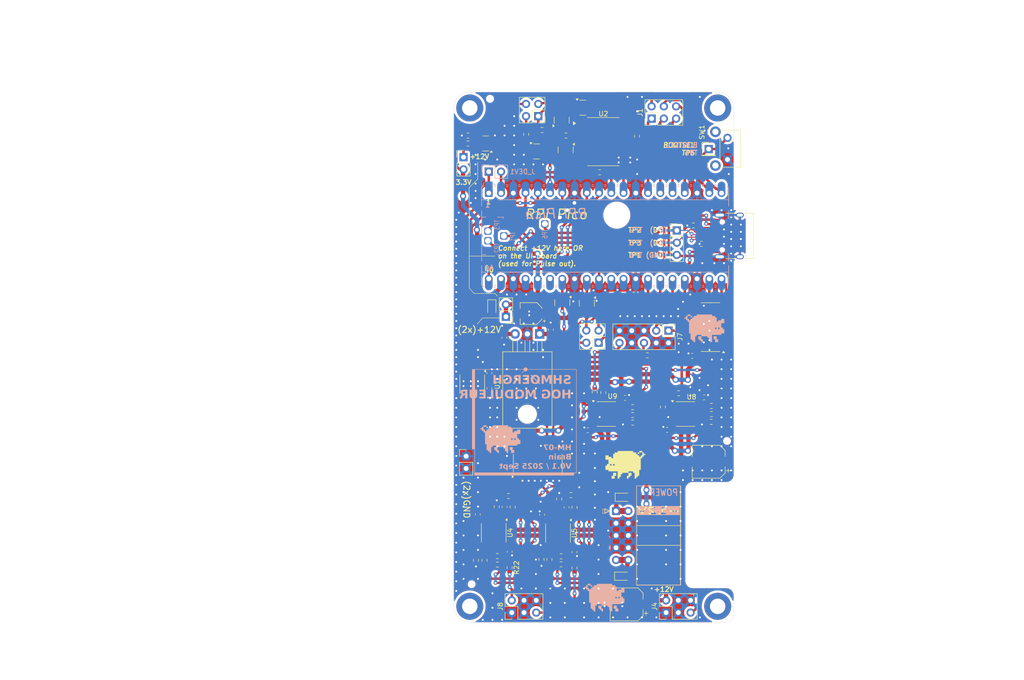
<source format=kicad_pcb>
(kicad_pcb (version 20241229) (generator "pcbnew") (generator_version "9.0")
  (layers (0 "F.Cu" signal) (2 "B.Cu" signal) (13 "F.Paste" user) (15 "B.Paste" user) (5 "F.SilkS" user "F.Silkscreen") (7 "B.SilkS" user "B.Silkscreen") (1 "F.Mask" user) (3 "B.Mask" user) (25 "Edge.Cuts" user))
  (net 0 "")
  (net 1 "GND")
  (net 2 "+12V")
  (net 3 "-12V")
  (net 4 "Net-(C10-Pad2)")
  (net 5 "Net-(U4A--)")
  (net 6 "Net-(U5A--)")
  (net 7 "Net-(C11-Pad2)")
  (net 8 "+3.3V")
  (net 9 "Net-(D2-A)")
  (net 10 "Net-(D3-K)")
  (net 11 "Net-(D4-K)")
  (net 12 "MIDI_4R")
  (net 13 "/GPIO_27")
  (net 14 "/GPIO_28")
  (net 15 "LED_1")
  (net 16 "LED_5")
  (net 17 "LED_3")
  (net 18 "LED_2")
  (net 19 "LED_4")
  (net 20 "LED_6")
  (net 21 "PULSE_IN")
  (net 22 "MIDI_5T")
  (net 23 "PULSE_OUT")
  (net 24 "BTN_3")
  (net 25 "BTN_LED_1")
  (net 26 "BTN_1")
  (net 27 "BTN_2")
  (net 28 "AUDIO_CV_IN_1")
  (net 29 "AUDIO_CV_OUT_1")
  (net 30 "AUDIO_CV_OUT_2")
  (net 31 "POT_1")
  (net 32 "AUDIO_CV_IN_2")
  (net 33 "POT_2")
  (net 34 "/MCU/UART_TX")
  (net 35 "/MCU/UART_RX")
  (net 36 "+5V")
  (net 37 "/GPIO_4")
  (net 38 "Net-(Q1-B)")
  (net 39 "Net-(Q3-B)")
  (net 40 "Net-(Q6-B)")
  (net 41 "Net-(Q6-C)")
  (net 42 "Net-(Q7-C)")
  (net 43 "/GPIO_8")
  (net 44 "/GPIO_9")
  (net 45 "Net-(R10-Pad2)")
  (net 46 "Net-(R11-Pad2)")
  (net 47 "Net-(U4B--)")
  (net 48 "Net-(U5B-+)")
  (net 49 "Net-(U5B--)")
  (net 50 "Net-(U7-A)")
  (net 51 "Net-(U7-B)")
  (net 52 "Net-(U4B-+)")
  (net 53 "Net-(R20-Pad2)")
  (net 54 "Net-(R21-Pad2)")
  (net 55 "Net-(U8A--)")
  (net 56 "Net-(U9A--)")
  (net 57 "Net-(R28-Pad2)")
  (net 58 "Net-(R29-Pad2)")
  (net 59 "Net-(U8B--)")
  (net 60 "Net-(U9B--)")
  (net 61 "Net-(R32-Pad2)")
  (net 62 "Net-(R33-Pad2)")
  (net 66 "/GPIO_7")
  (net 67 "/GPIO_5")
  (net 69 "/GPIO_3")
  (net 70 "/GPIO_2")
  (net 72 "/GPIO_26")
  (net 73 "/GPIO_6")
  (net 74 "/GPIO_17")
  (net 76 "/GPIO_16")
  (net 78 "Net-(U4A-+)")
  (net 79 "Net-(U5A-+)")
  (net 80 "Net-(D1-A)")
  (net 82 "/MCU/TP6")
  (net 83 "/MCU/TP3")
  (net 84 "Net-(U3-VBUS)")
  (net 85 "Net-(J_USB_C_EXTENSION1-CC1)")
  (net 87 "Net-(J_USB_C_EXTENSION1-CC2)")
  (net 89 "/MCU/TP2")
  (net 90 "/MCU/TP1")
  (footprint "Resistor_SMD:R_0603_1608Metric" (layer "F.Cu") (at 154.988 106.357 -90)
    (property "Reference" "R26")
    (property "Value" "100k")
  )
  (footprint "Capacitor_SMD:C_0603_1608Metric" (layer "F.Cu") (at 135.557 139.375 -90)
    (property "Reference" "C6")
    (property "Value" "100n")
  )
  (footprint "Connector_PinHeader_2.54mm:PinHeader_2x02_P2.54mm_Vertical" (layer "F.Cu") (at 141.5 49 180)
    (property "Reference" "J2")
    (property "Value" "Conn_02x02_Odd_Even")
  )
  (footprint "Resistor_SMD:R_0603_1608Metric" (layer "F.Cu") (at 161.973 53.144 90)
    (property "Reference" "R7")
    (property "Value" "10k")
  )
  (footprint "Package_SO:SOIC-8_3.9x4.9mm_P1.27mm" (layer "F.Cu") (at 172.0182 110.802)
    (property "Reference" "U8")
    (property "Value" "TL072")
  )
  (footprint "Resistor_SMD:R_0603_1608Metric" (layer "F.Cu") (at 146.225 141.979)
    (property "Reference" "R18")
    (property "Value" "100k")
  )
  (footprint "Capacitor_SMD:C_0603_1608Metric" (layer "F.Cu") (at 149.019 139.439 -90)
    (property "Reference" "C8")
    (property "Value" "100n")
  )
  (footprint "Capacitor_SMD:C_0603_1608Metric" (layer "F.Cu") (at 131.366 102.306 90)
    (property "Reference" "C17")
    (property "Value" "100n")
  )
  (footprint "Resistor_SMD:R_0603_1608Metric" (layer "F.Cu") (at 148.257 127.628)
    (property "Reference" "R11")
    (property "Value" "68k")
  )
  (footprint "Resistor_SMD:R_0603_1608Metric" (layer "F.Cu") (at 132.89 130.041 -90)
    (property "Reference" "R8")
    (property "Value" "47k")
  )
  (footprint "Capacitor_SMD:C_0603_1608Metric" (layer "F.Cu") (at 175.879 107.3476)
    (property "Reference" "C12")
    (property "Value" "100n")
  )
  (footprint "Connector_PinHeader_2.54mm:PinHeader_1x02_P2.54mm_Vertical" (layer "F.Cu") (at 126 57.5)
    (property "Reference" "J10")
    (property "Value" "Conn_01x02")
  )
  (footprint "Resistor_SMD:R_0603_1608Metric" (layer "F.Cu") (at 177.3522 112.4276 180)
    (property "Reference" "R30")
    (property "Value" "100k")
  )
  (footprint "Connector_USB:USB_C_Receptacle_HRO_TYPE-C-31-M-12" (layer "F.Cu") (at 182.259 73.847 90)
    (property "Reference" "J_USB_C_EXTENSION1")
    (property "Value" "USB_C_Receptacle_USB2.0_16P")
  )
  (footprint "Connector_PinHeader_2.54mm:PinHeader_2x03_P2.54mm_Vertical" (layer "F.Cu") (at 168 152 90)
    (property "Reference" "J4")
    (property "Value" "Conn_02x03_Odd_Even")
  )
  (footprint "Package_TO_SOT_SMD:SOT-23" (layer "F.Cu") (at 146.352 49.842 90)
    (property "Reference" "Q6")
    (property "Value" "MMBT3904")
  )
  (footprint "Resistor_SMD:R_0603_1608Metric" (layer "F.Cu") (at 149.019 142.741 -90)
    (property "Reference" "R23")
    (property "Value" "1k")
  )
  (footprint "Resistor_SMD:R_0603_1608Metric" (layer "F.Cu") (at 161.0588 112.58 180)
    (property "Reference" "R31")
    (property "Value" "100k")
  )
  (footprint "Resistor_SMD:R_0603_1608Metric" (layer "F.Cu") (at 150.9496 109.4812 90)
    (property "Reference" "R29")
    (property "Value" "33k")
  )
  (footprint "Connector_PinHeader_2.54mm:PinHeader_1x02_P2.54mm_Vertical" (layer "F.Cu") (at 134.795 90.614 180)
    (property "Reference" "J9")
    (property "Value" "Conn_01x02")
  )
  (footprint "Resistor_SMD:R_0603_1608Metric" (layer "F.Cu") (at 177.403 109.1256)
    (property "Reference" "R34")
    (property "Value" "1k")
  )
  (footprint "MountingHole:MountingHole_3.2mm_M3_DIN965_Pad" (layer "F.Cu") (at 178.7 150.7)
    (property "Reference" "H2")
    (property "Value" "MountingHole")
  )
  (footprint "Package_SO:SOIC-8_3.9x4.9mm_P1.27mm" (layer "F.Cu") (at 155.6232 110.802)
    (property "Reference" "U9")
    (property "Value" "TL072")
  )
  (footprint "Resistor_SMD:R_0603_1608Metric" (layer "F.Cu") (at 167.3446 109.3288 90)
    (property "Reference" "R28")
    (property "Value" "33k")
  )
  (footprint "Capacitor_SMD:CP_Elec_6.3x7.7" (layer "F.Cu") (at 159.814 150.299 180)
    (property "Reference" "C4")
    (property "Value" "100u")
  )
  (footprint "Capacitor_SMD:C_0603_1608Metric" (layer "F.Cu") (at 128.953 131.628 -90)
    (property "Reference" "C7")
    (property "Value" "100n")
  )
  (footprint "Button_Switch_THT:SW_Tactile_SKHH_Angled" (layer "F.Cu") (at 180.733 53.49 -90)
    (property "Reference" "SW1")
    (property "Value" "SW_SPST")
  )
  (footprint "MountingHole:MountingHole_3.2mm_M3_DIN965_Pad" (layer "F.Cu") (at 127.3 47.3)
    (property "Reference" "H1")
    (property "Value" "MountingHole")
  )
  (footprint "Resistor_SMD:R_0603_1608Metric" (layer "F.Cu") (at 164.132 98.61)
    (property "Reference" "R25")
    (property "Value" "120k")
  )
  (footprint "Connector_PinHeader_2.54mm:PinHeader_2x05_P2.54mm_Vertical" (layer "F.Cu") (at 168.5 93.5 -90)
    (property "Reference" "J7")
    (property "Value" "Conn_02x05_Odd_Even")
  )
  (footprint "Resistor_SMD:R_0603_1608Metric" (layer "F.Cu") (at 128.572 141.153 90)
    (property "Reference" "R16")
    (property "Value" "100k")
  )
  (footprint "Capacitor_SMD:CP_Elec_4x5.4" (layer "F.Cu") (at 140.002 89.9486 180)
    (property "Reference" "C1")
    (property "Value" "10u")
  )
  (footprint "Capacitor_SMD:C_0603_1608Metric" (layer "F.Cu") (at 173.403 98.737 180)
    (property "Reference" "C16")
    (property "Value" "100n")
  )
  (footprint "Capacitor_SMD:C_0603_1608Metric" (layer "F.Cu") (at 168.2082 114.104)
    (property "Reference" "C13")
    (property "Value" "100n")
  )
  (footprint "Resistor_SMD:R_0603_1608Metric" (layer "F.Cu") (at 133.017 140.264)
    (property "Reference" "R20")
    (property "Value" "100k")
  )
  (footprint "Resistor_SMD:R_0603_1608Metric" (layer "F.Cu") (at 175.308 75.496 180)
    (property "Reference" "R36")
    (property "Value" "5.1k")
  )
  (footprint "MountingHole:ToolingHole_1.152mm" (layer "F.Cu") (at 180.642 116.39)
    (property "Reference" "REF**" (hide yes))
    (property "Value" "ToolingHole_1.152mm")
  )
  (footprint "Connector_PinHeader_2.54mm:PinHeader_2x03_P2.54mm_Vertical" (layer "F.Cu") (at 165 49.5 90)
    (property "Reference" "J1")
    (property "Value" "Conn_02x03_Odd_Even")
  )
  (footprint "Resistor_SMD:R_0603_1608Metric" (layer "F.Cu") (at 145.844 128.453 -90)
    (property "Reference" "R9")
    (property "Value" "47k")
  )
  (footprint "Resistor_SMD:R_0603_1608Metric" (layer "F.Cu") (at 133.017 142.044)
    (property "Reference" "R19")
    (property "Value" "100k")
  )
  (footprint "Resistor_SMD:R_0603_1608Metric" (layer "F.Cu") (at 161.0588 111.0052 180)
    (property "Reference" "R33")
    (property "Value" "100k")
  )
  (footprint "Capacitor_SMD:C_0603_1608Metric" (layer "F.Cu") (at 142.288 131.692 -90)
    (property "Reference" "C9")
    (property "Value" "100n")
  )
  (footprint "Package_TO_SOT_SMD:SOT-23" (layer "F.Cu") (at 151.559 87.815 -90)
    (property "Reference" "D5")
    (property "Value" "BAT54S")
  )
  (footprint "Package_SO:SOP-8_6.605x9.655mm_P2.54mm" (layer "F.Cu") (at 154.9915 54.287)
    (property "Reference" "U2")
    (property "Value" "6N137")
  )
  (footprint "Resistor_SMD:R_0603_1608Metric" (layer "F.Cu") (at 126.921 53.017)
    (property "Reference" "R4")
    (property "Value" "7.5k")
  )
  (footprint "Connector_PinHeader_2.54mm:PinHeader_1x02_P2.54mm_Vertical" (layer "F.Cu") (at 126.54 119.56)
    (property "Reference" "J5")
    (property "Value" "Conn_01x02")
  )
  (footprint "Resistor_SMD:R_0603_1608Metric" (layer "F.Cu") (at 147.241 53.017)
    (property "Reference" "R5")
    (property "Value" "2.2k")
  )
  (footprint "Resistor_SMD:R_0603_1608Metric" (layer "F.Cu") (at 135.303 127.818)
    (property "Reference" "R10")
    (property "Value" "68k")
  )
  (footprint "Package_SO:SOIC-16_3.9x9.9mm_P1.27mm" (layer "F.Cu") (at 141.399 121.089 90)
    (property "Reference" "U7" (hide yes))
    (property "Value" "74HC4053B")
  )
  (footprint "Package_TO_SOT_SMD:SOT-23" (layer "F.Cu") (at 141.145 56.319)
    (property "Reference" "Q1")
    (property "Value" "MMBT3904")
  )
  (footprint "Package_SO:SOIC-8_3.9x4.9mm_P1.27mm" (layer "F.Cu") (at 132.255 135.438 -90)
    (property "Reference" "U4")
    (property "Value" "TL072")
  )
  (footprint "Resistor_SMD:R_0603_1608Metric" (layer "F.Cu") (at 170.609 106.484)
    (property "Reference" "R24")
    (property "Value" "100k")
  )
  (footprint "Resistor_SMD:R_0603_1608Metric" (layer "F.Cu") (at 142.288 51.874)
    (property "Reference" "R6")
    (property "Value" "120")
  )
  (footprint "Shmoergh_Logo:Gyeszno" (layer "F.Cu") (at 159.56 121.343)
    (property "Reference" "G***" (hide yes))
    (property "Value" "LOGO" (hide yes))
  )
  (footprint "Capacitor_SMD:C_0603_1608Metric_Pad1.08x0.95mm_HandSolder" (layer "F.Cu") (at 144.1168 93.3014 90)
    (property "Reference" "C2")
    (property "Value" "330n")
  )
  (footprint "Capacitor_SMD:C_0603_1608Metric" (layer "F.Cu") (at 147.368 130.168 -90)
    (property "Reference" "C11")
    (property "Value" "22p")
  )
  (footprint "Package_TO_SOT_THT:TO-220-3_Horizontal_TabDown" (layer "F.Cu") (at 141.78 94.1806 180)
    (property "Reference" "U1")
    (property "Value" "LM7805_TO220")
  )
  (footprint "Resistor_SMD:R_0603_1608Metric" (layer "F.Cu") (at 130.35 141.153 90)
    (property "Reference" "R14")
    (property "Value" "100k")
  )
  (footprint "Connector_PinHeader_2.54mm:PinHeader_2x02_P2.54mm_Vertical" (layer "F.Cu") (at 154 96 180)
    (property "Reference" "J3")
    (property "Value" "Conn_02x02_Odd_Even")
  )
  (footprint "Package_TO_SOT_SMD:SOT-23" (layer "F.Cu") (at 147.175 55.9865 -90)
    (property "Reference" "Q7")
    (property "Value" "MMBT3904")
  )
  (footprint "Connector_PinHeader_2.54mm:PinHeader_1x03_P2.54mm_Vertical" (layer "F.Cu") (at 170.228 72.702)
    (property "Reference" "J13")
    (property "Value" "Conn_01x03")
  )
  (footprint "Diode_SMD:D_SOD-323" (layer "F.Cu") (at 131.874 88.704 -90)
    (property "Reference" "D1")
    (property "Value" "1N5817")
  )
  (footprint "Package_TO_SOT_SMD:SOT-23" (layer "F.Cu") (at 146.479 87.688 -90)
    (property "Reference" "D6" (hide yes))
    (property "Value" "BAT54S")
  )
  (footprint "Resistor_SMD:R_0603_1608Metric" (layer "F.Cu") (at 154.226 60.637 180)
    (property "Reference" "R2")
    (property "Value" "3.3k")
  )
  (footprint "Package_SO:SOIC-8_3.9x4.9mm_P1.27mm" (layer "F.Cu") (at 127.81 104.592 -90)
    (property "Reference" "U6" (hide yes))
    (property "Value" "MCP4822")
  )
  (footprint "Resistor_SMD:R_0603_1608Metric" (layer "F.Cu") (at 126.921 54.668 180)
    (property "Reference" "R3")
    (property "Value" "10k")
  )
  (footprint "Resistor_SMD:R_0603_1608Metric" (layer "F.Cu") (at 153.21 106.23 -90)
    (property "Reference" "R27")
    (property "Value" "120k")
  )
  (footprint "Resistor_SMD:R_0603_1608Metric" (layer "F.Cu") (at 177.403 110.802 180)
    (property "Reference" "R32")
    (property "Value" "100k")
  )
  (footprint "MountingHole:MountingHole_3.2mm_M3_DIN965_Pad" (layer "F.Cu") (at 178.7 47.3)
    (property "Reference" "H4")
    (property "Value" "MountingHole")
  )
  (footprint "Resistor_SMD:R_0603_1608Metric" (layer "F.Cu") (at 143.812 140.963 90)
    (property "Reference" "R15")
    (property "Value" "100k")
  )
  (footprint "MountingHole:ToolingHole_1.152mm" (layer "F.Cu") (at 127.683 146.108)
    (property "Reference" "REF**" (hide yes))
    (property "Value" "ToolingHole_1.152mm")
  )
  (footprint "Resistor_SMD:R_0603_1608Metric" (layer "F.Cu") (at 136.192 130.104 -90)
    (property "Reference" "R12")
    (property "Value" "1k")
  )
  (footprint "Capacitor_SMD:C_0603_1608Metric" (layer "F.Cu") (at 131.366 105.468 -90)
    (property "Reference" "C18")
    (property "Value" "10u")
  )
  (footprint "Package_SO:SOIC-8_3.9x4.9mm_P1.27mm" (layer "F.Cu") (at 145.59 135.502 -90)
    (property "Reference" "U5")
    (property "Value" "TL072")
  )
  (footprint "Package_SO:SOIC-16_3.9x9.9mm_P1.27mm" (layer "F.Cu") (at 177.213 92.768 180)
    (property "Reference" "U10" (hide yes))
    (property "Value" "74HC4051")
  )
  (footprint "Capacitor_SMD:C_0603_1608Metric" (layer "F.Cu") (at 151.7624 114.1548)
    (property "Reference" "C15")
    (property "Value" "100n")
  )
  (footprint "Connector_IDC:IDC-Header_2x05_P2.54mm_Horizontal" (layer "F.Cu") (at 157.6245 130.92)
    (property "Reference" "J6")
    (property "Value" "Conn_02x05_Odd_Even")
  )
  (footprint "MountingHole:ToolingHole_1.152mm" (layer "F.Cu") (at 131.493 45.397)
    (property "Reference" "REF**" (hide yes))
    (property "Value" "ToolingHole_1.152mm")
  )
  (footprint "Resistor_SMD:R_0603_1608Metric" (layer "F.Cu") (at 146.225 140.328)
    (property "Reference" "R21")
    (property "Value" "100k")
  )
  (footprint "Resistor_SMD:R_0603_1608Metric" (layer "F.Cu") (at 161.0588 109.3796)
    (property "Reference" "R35")
    (property "Value" "1k")
  )
  (footprint "Connector_PinHeader_2.54mm:PinHeader_1x01_P2.54mm_Vertical" (layer "F.Cu") (at 176.832 55.811)
    (property "Reference" "J11")
    (property "Value" "Conn_01x01")
  )
  (footprint "Resistor_SMD:R_0603_1608Metric" (layer "F.Cu") (at 138.986 52.763 -90)
    (property "Reference" "R1")
    (property "Value" "100k")
  )
  (footprint "MountingHole:MountingHole_3.2mm_M3_DIN965_Pad" (layer "F.Cu") (at 127.3 150.7)
    (property "Reference" "H3")
    (property "Value" "MountingHole")
  )
  (footprint "Resistor_SMD:R_0603_1608Metric" (layer "F.Cu") (at 173.657 71.686 180)
    (property "Reference" "R37")
    (property "Value" "5.1k")
  )
  (footprint "Resistor_SMD:R_0603_1608Metric" (layer "F.Cu") (at 149.019 130.168 -90)
    (property "Reference" "R13")
    (property "Value" "1k")
  )
  (footprint "Connector_PinHeader_2.54mm:PinHeader_2x03_P2.54mm_Vertical" (layer "F.Cu") (at 136 152 90)
    (property "Reference" "J8")
    (property "Value" "Conn_02x03_Odd_Even")
  )
  (footprint "Capacitor_SMD:C_0603_1608Metric" (layer "F.Cu") (at 134.541 130.091 -90)
    (property "Reference" "C10")
    (property "Value" "22p")
  )
  (footprint "Diode_SMD:D_SOD-323" (layer "F.Cu") (at 158.925 144.457)
    (property "Reference" "D2")
    (property "Value" "1N5817")
  )
  (footprint "Resistor_SMD:R_0603_1608Metric" (layer "F.Cu") (at 142.161 140.963 90)
    (property "Reference" "R17")
    (property "Value" "100k")
  )
  (footprint "Capacitor_SMD:CP_Elec_6.3x7.7" (layer "F.Cu") (at 176.832 120.708 180)
    (property "Reference" "C5")
    (property "Value" "100u")
  )
  (footprint "Capacitor_SMD:C_0603_1608Metric" (layer "F.Cu") (at 159.484 107.4492)
    (property "Reference" "C14")
    (property "Value" "100n")
  )
  (footprint "Capacitor_SMD:C_0603_1608Metric" (layer "F.Cu") (at 134.4648 94.9778 -90)
    (property "Reference" "C3")
    (property "Value" "100n")
  )
  (footprint "Diode_SMD:D_SOD-323" (layer "F.Cu") (at 159.052 128.074)
    (property "Reference" "D3")
    (property "Value" "1N5817")
  )
  (footprint "Package_TO_SOT_SMD:SOT-23" (layer "F.Cu") (at 150.7185 47.236)
    (property "Reference" "D4")
    (property "Value" "BAT54")
  )
  (footprint "Package_TO_SOT_SMD:SOT-23" (layer "F.Cu") (at 130.604 54.668 180)
    (property "Reference" "Q3")
    (property "Value" "MMBT3904")
  )
  (footprint "Resistor_SMD:R_0603_1608Metric" (layer "F.Cu") (at 135.557 142.677 -90)
    (property "Reference" "R22")
    (property "Value" "1k")
  )
  (footprint "Connector_PinHeader_2.54mm:PinHeader_1x02_P2.54mm_Vertical" (layer "B.Cu") (at 131.239 60.51 -90)
    (property "Reference" "J_DEV1")
    (property "Value" "Conn_01x02")
  )
  (footprint "Shmoergh_Logo:Gyeszno" (layer "B.Cu") (at 133.652 116.009 180)
    (property "Reference" "G***" (hide yes))
    (property "Value" "LOGO" (hide yes))
  )
  (footprint "Module:RaspberryPi_Pico_Common_Unspecified" (layer "B.Cu") (at 180.869 63.345 -90)
    (property "Reference" "U3" (hide yes))
    (property "Value" "Pico")
  )
  (footprint "Shmoergh_Logo:Gyeszno" (layer "B.Cu") (at 175.943 93.022 180)
    (property "Reference" "G***" (hide yes))
    (property "Value" "LOGO" (hide yes))
  )
  (footprint "Shmoergh_Logo:Gyeszno" (layer "B.Cu") (at 155.242 148.902 180)
    (property "Reference" "G***" (hide yes))
    (property "Value" "LOGO" (hide yes))
  )
  (gr_line (start 132.509 78.036) (end 127.175 78.036) (stroke (width 0.1)) (layer "F.SilkS"))
  (gr_line (start 133.398 90.863) (end 129.969 90.863) (stroke (width 0.1)) (layer "F.SilkS"))
  (gr_line (start 133.017 86.291) (end 132.509 85.783) (stroke (width 0.1)) (layer "F.SilkS"))
  (gr_line (start 128.191 85.783) (end 127.175 84.64) (stroke (width 0.1)) (layer "F.SilkS"))
  (gr_line (start 127.175 73.337) (end 127.175 63.812) (stroke (width 0.1)) (layer "F.SilkS"))
  (gr_line (start 129.969 90.863) (end 128.826 92.133) (stroke (width 0.1)) (layer "F.SilkS"))
  (gr_line (start 127.175 63.812) (end 128.953 62.034) (stroke (width 0.1)) (layer "F.SilkS"))
  (gr_line (start 127.175 84.64) (end 127.175 73.337) (stroke (width 0.1)) (layer "F.SilkS"))
  (gr_line (start 128.953 62.034) (end 128.953 58.478) (stroke (width 0.1)) (layer "F.SilkS"))
  (gr_line (start 132.509 85.783) (end 128.191 85.783) (stroke (width 0.1)) (layer "F.SilkS"))
  (gr_rect (start 161.925 125.713) (end 170.942 146.287) (stroke (width 0.1)) (fill no) (layer "B.SilkS"))
  (gr_line (start 138.109 102.281) (end 138.859 101.531) (stroke (width 0.1)) (layer "B.SilkS"))
  (gr_rect (start 128.286 122.998) (end 148.892 123.498) (stroke (width 0.1)) (fill yes) (layer "B.SilkS"))
  (gr_line (start 154.861 130.487) (end 155.877 130.995) (stroke (width 0.1)) (layer "B.SilkS"))
  (gr_line (start 154.861 131.503) (end 154.861 130.487) (stroke (width 0.1)) (layer "B.SilkS"))
  (gr_circle (center 138.859 101.531) (end 138.609 101.281) (stroke (width 0.1)) (fill yes) (layer "B.SilkS"))
  (gr_rect (start 128.318 101.531) (end 149.4 122.989) (stroke (width 0.1)) (fill no) (layer "B.SilkS"))
  (gr_rect (start 127.818 101.531) (end 128.318 118.031) (stroke (width 0.1)) (fill yes) (layer "B.SilkS"))
  (gr_line (start 155.877 130.995) (end 154.861 131.503) (stroke (width 0.1)) (layer "B.SilkS"))
  (gr_line (start 173.5 124.92) (end 180.5 124.92) (stroke (width 0.05)) (layer "Edge.Cuts"))
  (gr_line (start 173.5 146.92) (end 180.5 146.92) (stroke (width 0.05)) (layer "Edge.Cuts"))
  (gr_circle (center 157.782 69.527) (end 159.179 67.095) (stroke (width 0.05)) (fill no) (layer "Edge.Cuts"))
  (gr_arc (start 178.7 44) (mid 181.033452 44.966548) (end 182 47.3) (stroke (width 0.05)) (layer "Edge.Cuts"))
  (gr_arc (start 172 126.42) (mid 172.43934 125.35934) (end 173.5 124.92) (stroke (width 0.05)) (layer "Edge.Cuts"))
  (gr_line (start 127.3 44) (end 178.7 44) (stroke (width 0.05)) (layer "Edge.Cuts"))
  (gr_line (start 172 145.42) (end 172 126.42) (stroke (width 0.05)) (layer "Edge.Cuts"))
  (gr_arc (start 127.3 154) (mid 124.966548 153.033452) (end 124 150.7) (stroke (width 0.05)) (layer "Edge.Cuts"))
  (gr_line (start 180.5 154) (end 127.3 154) (stroke (width 0.05)) (layer "Edge.Cuts"))
  (gr_line (start 182 123.42) (end 182 79) (stroke (width 0.05)) (layer "Edge.Cuts"))
  (gr_line (start 182 79) (end 184.5 79) (stroke (width 0.05)) (layer "Edge.Cuts"))
  (gr_arc (start 124 47.3) (mid 124.966548 44.966548) (end 127.3 44) (stroke (width 0.05)) (layer "Edge.Cuts"))
  (gr_arc (start 182 152.5) (mid 181.56066 153.56066) (end 180.5 154) (stroke (width 0.05)) (layer "Edge.Cuts"))
  (gr_line (start 124 150.7) (end 124 47.3) (stroke (width 0.05)) (layer "Edge.Cuts"))
  (gr_arc (start 180.5 146.92) (mid 181.56066 147.35934) (end 182 148.42) (stroke (width 0.05)) (layer "Edge.Cuts"))
  (gr_line (start 182 68.5) (end 184.5 68.5) (stroke (width 0.05)) (layer "Edge.Cuts"))
  (gr_line (start 182 68.5) (end 182 47.3) (stroke (width 0.05)) (layer "Edge.Cuts"))
  (gr_arc (start 173.5 146.92) (mid 172.43934 146.48066) (end 172 145.42) (stroke (width 0.05)) (layer "Edge.Cuts"))
  (gr_line (start 182 148.42) (end 182 152.5) (stroke (width 0.05)) (layer "Edge.Cuts"))
  (gr_arc (start 182 123.42) (mid 181.56066 124.48066) (end 180.5 124.92) (stroke (width 0.05)) (layer "Edge.Cuts"))
  (gr_line (start 184.5 68.5) (end 184.5 79) (stroke (width 0.05)) (layer "Edge.Cuts"))
  (gr_text "(2x)+12V" (at 124.635 94.038 0) (layer "F.SilkS") (effects (font (size 1.27 1.27) (thickness 0.2) (bold yes)) (justify left bottom)))
  (gr_text "+12V" (at 127.158258 57.97 0) (layer "F.SilkS") (effects (font (size 1 1) (thickness 0.2) (bold yes)) (justify left bottom)))
  (gr_text "TP1" (at 162.989 78.417 0) (layer "F.SilkS") (effects (font (size 1 1) (thickness 0.2) (bold yes)) (justify right bottom)))
  (gr_text "3.3V" (at 124.254 63.304 0) (layer "F.SilkS") (effects (font (size 1 1) (thickness 0.2) (bold yes)) (justify left bottom)))
  (gr_text "TP3" (at 162.989 75.877 0) (layer "F.SilkS") (effects (font (size 1 1) (thickness 0.2) (bold yes)) (justify right bottom)))
  (gr_text "(D-)" (at 168.323 73.21 0) (layer "F.SilkS") (effects (font (size 1 1) (thickness 0.2) (bold yes)) (justify right bottom)))
  (gr_text "-12V" (at 161.592 131.63 0) (layer "F.SilkS" knockout) (effects (font (size 1.25 2.25) (thickness 0.25) (bold yes)) (justify left bottom)))
  (gr_text "TP2" (at 162.989 73.21 0) (layer "F.SilkS") (effects (font (size 1 1) (thickness 0.2) (bold yes)) (justify right bottom)))
  (gr_text "BOOTSEL\nTP6" (at 174.038 57.208 0) (layer "F.SilkS") (effects (font (size 1 1) (thickness 0.2) (bold yes) (italic yes)) (justify right bottom)))
  (gr_text "(2x)GND" (at 125.905 124.518 270) (layer "F.SilkS") (effects (font (size 1.27 1.27) (thickness 0.2) (bold yes)) (justify left bottom)))
  (gr_text "(GND)" (at 168.323 78.417 0) (layer "F.SilkS") (effects (font (size 1 1) (thickness 0.2) (bold yes)) (justify right bottom)))
  (gr_text "Connect +12V here OR\non the UI board \n(used for Pulse out)." (at 133.017 80.195 0) (layer "F.SilkS") (effects (font (size 1 1) (thickness 0.2) (bold yes) (italic yes)) (justify left bottom)))
  (gr_text "40" (at 130.223 81.465 0) (layer "F.SilkS") (effects (font (size 1 1) (thickness 0.2) (bold yes)) (justify left bottom)))
  (gr_text "RPi Pico" (at 138.605 70.543 0) (layer "F.SilkS") (effects (font (size 2 2) (thickness 0.25) (italic yes)) (justify left bottom)))
  (gr_text "(D+)" (at 168.323 75.877 0) (layer "F.SilkS") (effects (font (size 1 1) (thickness 0.2) (bold yes)) (justify right bottom)))
  (gr_text "1" (at 130.604 67.368 0) (layer "F.SilkS") (effects (font (size 1 1) (thickness 0.2) (bold yes)) (justify left bottom)))
  (gr_text "+12V" (at 165.402 147.759 0) (layer "F.SilkS") (effects (font (size 1 1) (thickness 0.2) (bold yes)) (justify left bottom)))
  (gr_text "RPi Pico" (at 151.94 70.416 0) (layer "B.SilkS") (effects (font (size 2 2) (thickness 0.25) (italic yes)) (justify left bottom mirror)))
  (gr_text "TP3" (at 163.243 75.877 0) (layer "B.SilkS") (effects (font (size 1 1) (thickness 0.2) (bold yes)) (justify left bottom mirror)))
  (gr_text "SHMØERGH \nHOG MODULEUR" (at 148.384 107.876 0) (layer "B.SilkS") (effects (font (size 1.8 1.8) (thickness 0.28) (bold yes)) (justify left bottom mirror)))
  (gr_text "40" (at 132.382 81.084 0) (layer "B.SilkS") (effects (font (size 1 1) (thickness 0.2) (bold yes)) (justify left bottom mirror)))
  (gr_text "(D-)" (at 168.323 73.21 0) (layer "B.SilkS") (effects (font (size 1 1) (thickness 0.2) (bold yes)) (justify left bottom mirror)))
  (gr_text "(D+)" (at 168.323 75.877 0) (layer "B.SilkS") (effects (font (size 1 1) (thickness 0.2) (bold yes)) (justify left bottom mirror)))
  (gr_text "(GND)" (at 168.323 78.417 0) (layer "B.SilkS") (effects (font (size 1 1) (thickness 0.2) (bold yes)) (justify left bottom mirror)))
  (gr_text "POWER" (at 170.561 127.872 0) (layer "B.SilkS") (effects (font (size 1.35 1.15) (thickness 0.2) (bold yes)) (justify left bottom mirror)))
  (gr_text "-12V" (at 171.244 131.63 0) (layer "B.SilkS" knockout) (effects (font (size 1.3 2.25) (thickness 0.25) (bold yes)) (justify left bottom mirror)))
  (gr_text "BOOTSEL\nTP6" (at 174.673 57.208 0) (layer "B.SilkS") (effects (font (size 1 1) (thickness 0.2) (bold yes)) (justify left bottom mirror)))
  (gr_text "HM-07 \nBrain\nV0.1 / 2025 Sept" (at 148.384 122.354 0) (layer "B.SilkS") (effects (font (size 1.15 1.15) (thickness 0.2) (bold yes)) (justify left bottom mirror)))
  (gr_text "TP1" (at 163.243 78.417 0) (layer "B.SilkS") (effects (font (size 1 1) (thickness 0.2) (bold yes)) (justify left bottom mirror)))
  (gr_text "1" (at 131.62 68.003 0) (layer "B.SilkS") (effects (font (size 1 1) (thickness 0.2) (bold yes)) (justify left bottom mirror)))
  (gr_text "TP2" (at 163.243 73.21 0) (layer "B.SilkS") (effects (font (size 1 1) (thickness 0.2) (bold yes)) (justify left bottom mirror)))
  (segment (start 163.434 93.554) (end 163.42 93.54) (width 0.508) (layer "F.Cu") (net 1))
  (segment (start 163.434 93.843) (end 163.37 93.779) (width 0.508) (layer "F.Cu") (net 1))
  (via (at 124.5 139.5) (size 0.8) (drill 0.4) (layers "F.Cu" "B.Cu") (net 1))
  (via (at 181 61) (size 0.8) (drill 0.4) (layers "F.Cu" "B.Cu") (net 1))
  (via (at 153.25 122) (size 0.8) (drill 0.4) (layers "F.Cu" "B.Cu") (net 1))
  (via (at 174.927 103.309) (size 0.8) (drill 0.4) (layers "F.Cu" "B.Cu") (net 1))
  (via (at 144.066 91.8282) (size 0.8) (drill 0.4) (layers "F.Cu" "B.Cu") (net 1))
  (via (at 124.5 113.5) (size 0.8) (drill 0.4) (layers "F.Cu" "B.Cu") (net 1))
  (via (at 124.5 145.5) (size 0.8) (drill 0.4) (layers "F.Cu" "B.Cu") (net 1))
  (via (at 162 145) (size 0.8) (drill 0.4) (layers "F.Cu" "B.Cu") (net 1))
  (via (at 141 144) (size 0.8) (drill 0.4) (layers "F.Cu" "B.Cu") (net 1))
  (via (at 179.5 105.5) (size 0.8) (drill 0.4) (layers "F.Cu" "B.Cu") (net 1))
  (via (at 149 67) (size 1.27) (drill 0.75) (layers "F.Cu" "B.Cu") (net 1))
  (via (at 124.5 75) (size 0.8) (drill 0.4) (layers "F.Cu" "B.Cu") (net 1))
  (via (at 131.5 109.5) (size 0.8) (drill 0.4) (layers "F.Cu" "B.Cu") (net 1))
  (via (at 134.5 51) (size 0.8) (drill 0.4) (layers "F.Cu" "B.Cu") (net 1))
  (via (at 141.5 112) (size 0.8) (drill 0.4) (layers "F.Cu" "B.Cu") (net 1))
  (via (at 124.5 87) (size 0.8) (drill 0.4) (layers "F.Cu" "B.Cu") (net 1))
  (via (at 179.5 124.5) (size 0.8) (drill 0.4) (layers "F.Cu" "B.Cu") (net 1))
  (via (at 129 99) (size 0.8) (drill 0.4) (layers "F.Cu" "B.Cu") (net 1))
  (via (at 148.5 116.5) (size 0.8) (drill 0.4) (layers "F.Cu" "B.Cu") (net 1))
  (via (at 171 142) (size 0.8) (drill 0.4) (layers "F.Cu" "B.Cu") (net 1))
  (via (at 162 61) (size 0.8) (drill 0.4) (layers "F.Cu" "B.Cu") (net 1))
  (via (at 124.5 105) (size 0.8) (drill 0.4) (layers "F.Cu" "B.Cu") (net 1))
  (via (at 124.5 123.5) (size 0.8) (drill 0.4) (layers "F.Cu" "B.Cu") (net 1))
  (via (at 155.242 150.68) (size 0.8) (drill 0.4) (layers "F.Cu" "B.Cu") (net 1))
  (via (at 133 111.5) (size 0.8) (drill 0.4) (layers "F.Cu" "B.Cu") (net 1))
  (via (at 137 105.5) (size 0.8) (drill 0.4) (layers "F.Cu" "B.Cu") (net 1))
  (via (at 132 151) (size 0.8) (drill 0.4) (layers "F.Cu" "B.Cu") (net 1))
  (via (at 150 123) (size 0.8) (drill 0.4) (layers "F.Cu" "B.Cu") (net 1))
  (via (at 181.5 107.5) (size 0.8) (drill 0.4) (layers "F.Cu" "B.Cu") (net 1))
  (via (at 167.434 113.469) (size 0.8) (drill 0.4) (layers "F.Cu" "B.Cu") (net 1))
  (via (at 138 96) (size 0.8) (drill 0.4) (layers "F.Cu" "B.Cu") (net 1))
  (via (at 181.5 111.5) (size 0.8) (drill 0.4) (layers "F.Cu" "B.Cu") (net 1))
  (via (at 154 150) (size 0.8) (drill 0.4) (layers "F.Cu" "B.Cu") (net 1))
  (via (at 169 90.5) (size 0.8) (drill 0.4) (layers "F.Cu" "B.Cu") (net 1))
  (via (at 142.161 142.298) (size 0.8) (drill 0.4) (layers "F.Cu" "B.Cu") (net 1))
  (via (at 134 92.5) (size 0.8) (drill 0.4) (layers "F.Cu" "B.Cu") (net 1))
  (via (at 132 153.5) (size 0.8) (drill 0.4) (layers "F.Cu" "B.Cu") (net 1))
  (via (at 138.224 124.645) (size 0.8) (drill 0.4) (layers "F.Cu" "B.Cu") (net 1))
  (via (at 132.5 53) (size 0.8) (drill 0.4) (layers "F.Cu" "B.Cu") (net 1))
  (via (at 175.5 122.5) (size 0.8) (drill 0.4) (layers "F.Cu" "B.Cu") (net 1))
  (via (at 137 103.5) (size 0.8) (drill 0.4) (layers "F.Cu" "B.Cu") (net 1))
  (via (at 168 142) (size 0.8) (drill 0.4) (layers "F.Cu" "B.Cu") (net 1))
  (via (at 177.5 124.5) (size 0.8) (drill 0.4) (layers "F.Cu" "B.Cu") (net 1))
  (via (at 179.5 111.5) (size 0.8) (drill 0.4) (layers "F.Cu" "B.Cu") (net 1))
  (via (at 133 101.5) (size 0.8) (drill 0.4) (layers "F.Cu" "B.Cu") (net 1))
  (via (at 172.641 96.197) (size 0.8) (drill 0.4) (layers "F.Cu" "B.Cu") (net 1))
  (via (at 171 130) (size 0.8) (drill 0.4) (layers "F.Cu" "B.Cu") (net 1))
  (via (at 128.5 64.5) (size 0.8) (drill 0.4) (layers "F.Cu" "B.Cu") (net 1))
  (via (at 179.5 101.5) (size 0.8) (drill 0.4) (layers "F.Cu" "B.Cu") (net 1))
  (via (at 180.896 55.684) (size 0.8) (drill 0.4) (layers "F.Cu" "B.Cu") (net 1))
  (via (at 160.576 85.021) (size 0.8) (drill 0.4) (layers "F.Cu" "B.Cu") (net 1))
  (via (at 124.5 94.5) (size 0.8) (drill 0.4) (layers "F.Cu" "B.Cu") (net 1))
  (via (at 158.925 150.68) (size 0.8) (drill 0.4) (layers "F.Cu" "B.Cu") (net 1))
  (via (at 181.5 76) (size 0.8) (drill 0.4) (layers "F.Cu" "B.Cu") (net 1))
  (via (at 124.5 147.5) (size 0.8) (drill 0.4) (layers "F.Cu" "B.Cu") (net 1))
  (via (at 157 153) (size 0.8) (drill 0.4) (layers "F.Cu" "B.Cu") (net 1))
  (via (at 166 153) (size 0.8) (drill 0.4) (layers "F.Cu" "B.Cu") (net 1))
  (via (at 154.226 111.437) (size 0.8) (drill 0.4) (layers "F.Cu" "B.Cu") (net 1))
  (via (at 138.5 92) (size 0.8) (drill 0.4) (layers "F.Cu" "B.Cu") (net 1))
  (via (at 181.5 68.5) (size 0.8) (drill 0.4) (layers "F.Cu" "B.Cu") (net 1))
  (via (at 155.369 85.148) (size 0.8) (drill 0.4) (layers "F.Cu" "B.Cu") (net 1))
  (via (at 175.816 92.133) (size 0.8) (drill 0.4) (layers "F.Cu" "B.Cu") (net 1))
  (via (at 145.844 117.533) (size 0.8) (drill 0.4) (layers "F.Cu" "B.Cu") (net 1))
  (via (at 162 130) (size 0.8) (drill 0.4) (layers "F.Cu" "B.Cu") (net 1))
  (via (at 134.5 117.5) (size 0.8) (drill 0.4) (layers "F.Cu" "B.Cu") (net 1))
  (via (at 180 72.5) (size 0.8) (drill 0.4) (layers "F.Cu" "B.Cu") (net 1))
  (via (at 129 104) (size 0.8) (drill 0.4) (layers "F.Cu" "B.Cu") (net 1))
  (via (at 138.5 57) (size 0.8) (drill 0.4) (layers "F.Cu" "B.Cu") (net 1))
  (via (at 160 90.5) (size 0.8) (drill 0.4) (layers "F.Cu" "B.Cu") (net 1))
  (via (at 167.5 90.5) (size 0.8) (drill 0.4) (layers "F.Cu" "B.Cu") (net 1))
  (via (at 172.387 71.686) (size 0.8) (drill 0.4) (layers "F.Cu" "B.Cu") (net 1))
  (via (at 175.435 112.961) (size 0.8) (drill 0.4) (layers "F.Cu" "B.Cu") (net 1))
  (via (at 177 93.5) (size 0.8) (drill 0.4) (layers "F.Cu" "B.Cu") (net 1))
  (via (at 152.956 85.148) (size 0.8) (drill 0.4) (layers "F.Cu" "B.Cu") (net 1))
  (via (at 139.621 89.5422) (size 0.8) (drill 0.4) (layers "F.Cu" "B.Cu") (net 1))
  (via (at 140.5 96) (size 0.8) (drill 0.4) (layers "F.Cu" "B.Cu") (net 1))
  (via (at 181.5 79) (size 0.8) (drill 0.4) (layers "F.Cu" "B.Cu") (net 1))
  (via (at 133 58) (size 0.8) (drill 0.4) (layers "F.Cu" "B.Cu") (net 1))
  (via (at 159.052 112.961) (size 0.8) (drill 0.4) (layers "F.Cu" "B.Cu") (net 1))
  (via (at 127.5 105) (size 0.8) (drill 0.4) (layers "F.Cu" "B.Cu") (net 1))
  (via (at 125 69) (size 0.8) (drill 0.4) (layers "F.Cu" "B.Cu") (net 1))
  (via (at 179.5 107.5) (size 0.8) (drill 0.4) (layers "F.Cu" "B.Cu") (net 1))
  (via (at 136.5 59) (size 0.8) (drill 0.4) (layers "F.Cu" "B.Cu") (net 1))
  (via (at 160.322 106.865) (size 0.8) (drill 0.4) (layers "F.Cu" "B.Cu") (net 1))
  (via (at 127.5 67) (size 0.8) (drill 0.4) (layers "F.Cu" "B.Cu") (net 1))
  (via (at 163 153) (size 0.8) (drill 0.4) (layers "F.Cu" "B.Cu") (net 1))
  (via (at 144.574 124.645) (size 0.8) (drill 0.4) (layers "F.Cu" "B.Cu") (net 1))
  (via (at 170.609 97.975) (size 0.8) (drill 0.4) (layers "F.Cu" "B.Cu") (net 1))
  (via (at 154 147) (size 0.8) (drill 0.4) (layers "F.Cu" "B.Cu") (net 1))
  (via (at 177 97.5) (size 0.8) (drill 0.4) (layers "F.Cu" "B.Cu") (net 1))
  (via (at 124.5 111.5) (size 0.8) (drill 0.4) (layers "F.Cu" "B.Cu") (net 1))
  (via (at 136.5 49) (size 0.8) (drill 0.4) (layers "F.Cu" "B.Cu") (net 1))
  (via (at 153.25 130.25) (size 0.8) (drill 0.4) (layers "F.Cu" "B.Cu") (net 1))
  (via (at 124.5 79.5) (size 0.8) (drill 0.4) (layers "F.Cu" "B.Cu") (net 1))
  (via (at 125.651 53.017) (size 0.8) (drill 0.4) (layers "F.Cu" "B.Cu") (net 1))
  (via (at 151 147) (size 0.8) (drill 0.4) (layers "F.Cu" "B.Cu") (net 1))
  (via (at 151 119) (size 0.8) (drill 0.4) (layers "F.Cu" "B.Cu") (net 1))
  (via (at 150 126) (size 0.8) (drill 0.4) (layers "F.Cu" "B.Cu") (net 1))
  (via (at 141 105.5) (size 0.8) (drill 0.4) (layers "F.Cu" "B.Cu") (net 1))
  (via (at 126 145) (size 0.8) (drill 0.4) (layers "F.Cu" "B.Cu") (net 1))
  (via (at 124.5 137.5) (size 0.8) (drill 0.4) (layers "F.Cu" "B.Cu") (net 1))
  (via (at 133 113.5) (size 0.8) (drill 0.4) (layers "F.Cu" "B.Cu") (net 1))
  (via (at 127.5 104) (size 0.8) (drill 0.4) (layers "F.Cu" "B.Cu") (net 1))
  (via (at 162 58) (size 0.8) (drill 0.4) (layers "F.Cu" "B.Cu") (net 1))
  (via (at 133 117.5) (size 0.8) (drill 0.4) (layers "F.Cu" "B.Cu") (net 1))
  (via (at 179.5 103.5) (size 0.8) (drill 0.4) (layers "F.Cu" "B.Cu") (net 1))
  (via (at 183.5 76) (size 0.8) (drill 0.4) (layers "F.Cu" "B.Cu") (net 1))
  (via (at 179.5 122.5) (size 0.8) (drill 0.4) (layers "F.Cu" "B.Cu") (net 1))
  (via (at 176.705 106.865) (size 0.8) (drill 0.4) (layers "F.Cu" "B.Cu") (net 1))
  (via (at 179.5 113.5) (size 0.8) (drill 0.4) (layers "F.Cu" "B.Cu") (net 1))
  (via (at 144 153) (size 0.8) (drill 0.4) (layers "F.Cu" "B.Cu") (net 1))
  (via (at 129 105) (size 0.8) (drill 0.4) (layers "F.Cu" "B.Cu") (net 1))
  (via (at 168.45 111.437) (size 0.8) (drill 0.4) (layers "F.Cu" "B.Cu") (net 1))
  (via (at 148.5 114) (size 0.8) (drill 0.4) (layers "F.Cu" "B.Cu") (net 1))
  (via (at 147 150) (size 0.8) (drill 0.4) (layers "F.Cu" "B.Cu") (net 1))
  (via (at 124.5 91.5) (size 0.8) (drill 0.4) (layers "F.Cu" "B.Cu") (net 1))
  (via (at 132 148) (size 0.8) (drill 0.4) (layers "F.Cu" "B.Cu") (net 1))
  (via (at 151 117) (size 0.8) (drill 0.4) (layers "F.Cu" "B.Cu") (net 1))
  (via (at 136.5 57) (size 0.8) (drill 0.4) (layers "F.Cu" "B.Cu") (net 1))
  (via (at 160 153) (size 0.8) (drill 0.4) (layers "F.Cu" "B.Cu") (net 1))
  (via (at 150.289 85.275) (size 0.8) (drill 0.4) (layers "F.Cu" "B.Cu") (net 1))
  (via (at 136.5 92) (size 0.8) (drill 0.4) (layers "F.Cu" "B.Cu") (net 1))
  (via (at 158.163 57.589) (size 0.8) (drill 0.4) (layers "F.Cu" "B.Cu") (net 1))
  (via (at 128.5 59) (size 0.8) (drill 0.4) (layers "F.Cu" "B.Cu") (net 1))
  (via (at 126 105) (size 0.8) (drill 0.4) (layers "F.Cu" "B.Cu") (net 1))
  (via (at 142 138) (size 0.8) (drill 0.4) (layers "F.Cu" "B.Cu") (net 1))
  (via (at 160.576 57.589) (size 0.8) (drill 0.4) (layers "F.Cu" "B.Cu") (net 1))
  (via (at 124.5 107.5) (size 0.8) (drill 0.4) (layers "F.Cu" "B.Cu") (net 1))
  (via (at 126 130) (size 0.8) (drill 0.4) (layers "F.Cu" "B.Cu") (net 1))
  (via (at 163 45) (size 0.8) (drill 0.4) (layers "F.Cu" "B.Cu") (net 1))
  (via (at 126 124) (size 0.8) (drill 0.4) (layers "F.Cu" "B.Cu") (net 1))
  (via (at 143.304 124.645) (size 0.8) (drill 0.4) (layers "F.Cu" "B.Cu") (net 1))
  (via (at 175.5 79.5) (size 0.8) (drill 0.4) (layers "F.Cu" "B.Cu") (net 1))
  (via (at 147 147) (size 0.8) (drill 0.4) (layers "F.Cu" "B.Cu") (net 1))
  (via (at 148.5 119) (size 0.8) (drill 0.4) (layers "F.Cu" "B.Cu") (net 1))
  (via (at 175 153) (size 0.8) (drill 0.4) (layers "F.Cu" "B.Cu") (net 1))
  (via (at 151 106.5) (size 0.8) (drill 0.4) (layers "F.Cu" "B.Cu") (net 1))
  (via (at 173 86) (size 0.8) (drill 0.4) (layers "F.Cu" "B.Cu") (net 1))
  (via (at 181.5 71.5) (size 0.8) (drill 0.4) (layers "F.Cu" "B.Cu") (net 1))
  (via (at 139.621 90.3042) (size 0.8) (drill 0.4) (layers "F.Cu" "B.Cu") (net 1))
  (via (at 145.844 127.185) (size 0.8) (drill 0.4) (layers "F.Cu" "B.Cu") (net 1))
  (via (at 157 147) (size 0.8) (drill 0.4) (layers "F.Cu" "B.Cu") (net 1))
  (via (at 176 52) (size 0.8) (drill 0.4) (layers "F.Cu" "B.Cu") (net 1))
  (via (at 148.765 87.434) (size 0.8) (drill 0.4) (layers "F.Cu" "B.Cu") (net 1))
  (via (at 153.25 124.75) (size 0.8) (drill 0.4) (layers "F.Cu" "B.Cu") (net 1))
  (via (at 181.5 70) (size 0.8) (drill 0.4) (layers "F.Cu" "B.Cu") (net 1))
  (via (at 135 101.5) (size 0.8) (drill 0.4) (layers "F.Cu" "B.Cu") (net 1))
  (via (at 180 74) (size 0.8) (drill 0.4) (layers "F.Cu" "B.Cu") (net 1))
  (via (at 139 103.5) (size 0.8) (drill 0.4) (layers "F.Cu" "B.Cu") (net 1))
  (via (at 142.034 117.406) (size 0.8) (drill 0.4) (layers "F.Cu" "B.Cu") (net 1))
  (via (at 128.5 66) (size 0.8) (drill 0.4) (layers "F.Cu" "B.Cu") (net 1))
  (via (at 124.5 143.5) (size 0.8) (drill 0.4) (layers "F.Cu" "B.Cu") (net 1))
  (via (at 170.609 96.197) (size 0.8) (drill 0.4) (layers "F.Cu" "B.Cu") (net 1))
  (via (at 176.705 104.833) (size 0.8) (drill 0.4) (layers "F.Cu" "B.Cu") (net 1))
  (via (at 131.5 115.5) (size 0.8) (drill 0.4) (layers "F.Cu" "B.Cu") (net 1))
  (via (at 124.5 109.5) (size 0.8) (drill 0.4) (layers "F.Cu" "B.Cu") (net 1))
  (via (at 135 119.5) (size 0.8) (drill 0.4) (layers "F.Cu" "B.Cu") (net 1))
  (via (at 171.5 124.5) (size 0.8) (drill 0.4) (layers "F.Cu" "B.Cu") (net 1))
  (via (at 137 107.5) (size 0.8) (drill 0.4) (layers "F.Cu" "B.Cu") (net 1))
  (via (at 134.5 53) (size 0.8) (drill 0.4) (layers "F.Cu" "B.Cu") (net 1))
  (via (at 124.5 78) (size 0.8) (drill 0.4) (layers "F.Cu" "B.Cu") (net 1))
  (via (at 181.5 115.5) (size 0.8) (drill 0.4) (layers "F.Cu" "B.Cu") (net 1))
  (via (at 173.022 105.214) (size 0.8) (drill 0.4) (layers "F.Cu" "B.Cu") (net 1))
  (via (at 151 153) (size 0.8) (drill 0.4) (layers "F.Cu" "B.Cu") (net 1))
  (via (at 148.5 111.5) (size 0.8) (drill 0.4) (layers "F.Cu" "B.Cu") (net 1))
  (via (at 181.5 101.5) (size 0.8) (drill 0.4) (layers "F.Cu" "B.Cu") (net 1))
  (via (at 124.5 115.5) (size 0.8) (drill 0.4) (layers "F.Cu" "B.Cu") (net 1))
  (via (at 140.5 97.5) (size 0.8) (drill 0.4) (layers "F.Cu" "B.Cu") (net 1))
  (via (at 170.5 89) (size 0.8) (drill 0.4) (layers "F.Cu" "B.Cu") (net 1))
  (via (at 124.5 81) (size 0.8) (drill 0.4) (layers "F.Cu" "B.Cu") (net 1))
  (via (at 177.5 68.5) (size 0.8) (drill 0.4) (layers "F.Cu" "B.Cu") (net 1))
  (via (at 124.5 103.5) (size 0.8) (drill 0.4) (layers "F.Cu" "B.Cu") (net 1))
  (via (at 181.5 105.5) (size 0.8) (drill 0.4) (layers "F.Cu" "B.Cu") (net 1))
  (via (at 128.5 57) (size 0.8) (drill 0.4) (layers "F.Cu" "B.Cu") (net 1))
  (via (at 137 101.5) (size 0.8) (drill 0.4) (layers "F.Cu" "B.Cu") (net 1))
  (via (at 149.527 140.266) (size 0.8) (drill 0.4) (layers "F.Cu" "B.Cu") (net 1))
  (via (at 124.5 117.5) (size 0.8) (drill 0.4) (layers "F.Cu" "B.Cu") (net 1))
  (via (at 157.909 85.021) (size 0.8) (drill 0.4) (layers "F.Cu" "B.Cu") (net 1))
  (via (at 181.5 74.5) (size 0.8) (drill 0.4) (layers "F.Cu" "B.Cu") (net 1))
  (via (at 130.5 58) (size 0.8) (drill 0.4) (layers "F.Cu" "B.Cu") (net 1))
  (via (at 141 147) (size 0.8) (drill 0.4) (layers "F.Cu" "B.Cu") (net 1))
  (via (at 142.034 124.645) (size 0.8) (drill 0.4) (layers "F.Cu" "B.Cu") (net 1))
  (via (at 156 127) (size 0.8) (drill 0.4) (layers "F.Cu" "B.Cu") (net 1))
  (via (at 158.925 149.918) (size 0.8) (drill 0.4) (layers "F.Cu" "B.Cu") (net 1))
  (via (at 168 130) (size 0.8) (drill 0.4) (layers "F.Cu" "B.Cu") (net 1))
  (via (at 171 127) (size 0.8) (drill 0.4) (layers "F.Cu" "B.Cu") (net 1))
  (via (at 124.5 119.5) (size 0.8) (drill 0.4) (layers "F.Cu" "B.Cu") (net 1))
  (via (at 183.5 71.5) (size 0.8) (drill 0.4) (layers "F.Cu" "B.Cu") (net 1))
  (via (at 124.5 125.5) (size 0.8) (drill 0.4) (layers "F.Cu" "B.Cu") (net 1))
  (via (at 179.5 99.5) (size 0.8) (drill 0.4) (layers "F.Cu" "B.Cu") (net 1))
  (via (at 153.25 127.5) (size 0.8) (drill 0.4) (layers "F.Cu" "B.Cu") (net 1))
  (via (at 137 109.5) (size 0.8) (drill 0.4) (layers "F.Cu" "B.Cu") (net 1))
  (via (at 129 121) (size 0.8) (drill 0.4) (layers "F.Cu" "B.Cu") (net 1))
  (via (at 146 70) (size 1.27) (drill 0.75) (layers "F.Cu" "B.Cu") (net 1))
  (via (at 126 127) (size 0.8) (drill 0.4) (layers "F.Cu" "B.Cu") (net 1))
  (via (at 162 48) (size 0.8) (drill 0.4) (layers "F.Cu" "B.Cu") (net 1))
  (via (at 129 127) (size 0.8) (drill 0.4) (layers "F.Cu" "B.Cu") (net 1))
  (via (at 124.5 121.5) (size 0.8) (drill 0.4) (layers "F.Cu" "B.Cu") (net 1))
  (via (at 181.5 122.5) (size 0.8) (drill 0.4) (layers "F.Cu" "B.Cu") (net 1))
  (via (at 139 107.5) (size 0.8) (drill 0.4) (layers "F.Cu" "B.Cu") (net 1))
  (via (at 174.927 75.496) (size 0.8) (drill 0.4) (layers "F.Cu" "B.Cu") (net 1))
  (via (at 131.5 111.5) (size 0.8) (drill 0.4) (layers "F.Cu" "B.Cu") (net 1))
  (via (at 130 100) (size 0.8) (drill 0.4) (layers "F.Cu" "B.Cu") (net 1))
  (via (at 135 86) (size 0.8) (drill 0.4) (layers "F.Cu" "B.Cu") (net 1))
  (via (at 124.5 76.5) (size 0.8) (drill 0.4) (layers "F.Cu" "B.Cu") (net 1))
  (via (at 158.5 90.5) (size 0.8) (drill 0.4) (layers "F.Cu" "B.Cu") (net 1))
  (via (at 168 133) (size 0.8) (drill 0.4) (layers "F.Cu" "B.Cu") (net 1))
  (via (at 183.5 73) (size 0.8) (drill 0.4) (layers "F.Cu" "B.Cu") (net 1))
  (via (at 181.5 117.5) (size 0.8) (drill 0.4) (layers "F.Cu" "B.Cu") (net 1))
  (via (at 148.5 106.5) (size 0.8) (drill 0.4) (layers "F.Cu" "B.Cu") (net 1))
  (via (at 171 145) (size 0.8) (drill 0.4) (layers "F.Cu" "B.Cu") (net 1))
  (via (at 124.5 85.5) (size 0.8) (drill 0.4) (layers "F.Cu" "B.Cu") (net 1))
  (via (at 136.5 53) (size 0.8) (drill 0.4) (layers "F.Cu" "B.Cu") (net 1))
  (via (at 181.5 103.5) (size 0.8) (drill 0.4) (layers "F.Cu" "B.Cu") (net 1))
  (via (at 124.5 135.5) (size 0.8) (drill 0.4) (layers "F.Cu" "B.Cu") (net 1))
  (via (at 153.25 132.75) (size 0.8) (drill 0.4) (layers "F.Cu" "B.Cu") (net 1))
  (via (at 180 75.5) (size 0.8) (drill 0.4) (layers "F.Cu" "B.Cu") (net 1))
  (via (at 158.163 58.605) (size 0.8) (drill 0.4) (layers "F.Cu" "B.Cu") (net 1))
  (via (at 124.5 93) (size 0.8) (drill 0.4) (layers "F.Cu" "B.Cu") (net 1))
  (via (at 133 107.5) (size 0.8) (drill 0.4) (layers "F.Cu" "B.Cu") (net 1))
  (via (at 124.5 97.5) (size 0.8) (drill 0.4) (layers "F.Cu" "B.Cu") (net 1))
  (via (at 142.5 59) (size 0.8) (drill 0.4) (layers "F.Cu" "B.Cu") (net 1))
  (via (at 124.5 100.5) (size 0.8) (drill 0.4) (layers "F.Cu" "B.Cu") (net 1))
  (via (at 179.5 68.5) (size 0.8) (drill 0.4) (layers "F.Cu" "B.Cu") (net 1))
  (via (at 179.5 117.5) (size 0.8) (drill 0.4) (layers "F.Cu" "B.Cu") (net 1))
  (via (at 175.5 117.5) (size 0.8) (drill 0.4) (layers "F.Cu" "B.Cu") (net 1))
  (via (at 147.749 85.529) (size 0.8) (drill 0.4) (layers "F.Cu" "B.Cu") (net 1))
  (via (at 126 139) (size 0.8) (drill 0.4) (layers "F.Cu" "B.Cu") (net 1))
  (via (at 124.5 96) (size 0.8) (drill 0.4) (layers "F.Cu" "B.Cu") (net 1))
  (via (at 129 136) (size 0.8) (drill 0.4) (layers "F.Cu" "B.Cu") (net 1))
  (via (at 140.5 92) (size 0.8) (drill 0.4) (layers "F.Cu" "B.Cu") (net 1))
  (via (at 130 153.5) (size 0.8) (drill 0.4) (layers "F.Cu" "B.Cu") (net 1))
  (via (at 156 135) (size 0.8) (drill 0.4) (layers "F.Cu" "B.Cu") (net 1))
  (via (at 129 139) (size 0.8) (drill 0.4) (layers "F.Cu" "B.Cu") (net 1))
  (via (at 178 79.5) (size 0.8) (drill 0.4) (layers "F.Cu" "B.Cu") (net 1))
  (via (at 181.5 109.5) (size 0.8) (drill 0.4) (layers "F.Cu" "B.Cu") (net 1))
  (via (at 139 105.5) (size 0.8) (drill 0.4) (layers "F.Cu" "B.Cu") (net 1))
  (via (at 179.5 115.5) (size 0.8) (drill 0.4) (layers "F.Cu" "B.Cu") (net 1))
  (via (at 183.5 74.5) (size 0.8) (drill 0.4) (layers "F.Cu" "B.Cu") (net 1))
  (via (at 124.5 131.5) (size 0.8) (drill 0.4) (layers "F.Cu" "B.Cu") (net 1))
  (via (at 139.494 124.645) (size 0.8) (drill 0.4) (layers "F.Cu" "B.Cu") (net 1))
  (via (at 147 153) (size 0.8) (drill 0.4) (layers "F.Cu" "B.Cu") (net 1))
  (via (at 124.5 88.5) (size 0.8) (drill 0.4) (layers "F.Cu" "B.Cu") (net 1))
  (via (at 164.5 90.5) (size 0.8) (drill 0.4) (layers "F.Cu" "B.Cu") (net 1))
  (via (at 162 133) (size 0.8) (drill 0.4) (layers "F.Cu" "B.Cu") (net 1))
  (via (at 124.5 99) (size 0.8) (drill 0.4) (layers "F.Cu" "B.Cu") (net 1))
  (via (at 140.764 124.645) (size 0.8) (drill 0.4) (layers "F.Cu" "B.Cu") (net 1))
  (via (at 134 153.5) (size 0.8) (drill 0.4) (layers "F.Cu" "B.Cu") (net 1))
  (via (at 129 97.5) (size 0.8) (drill 0.4) (layers "F.Cu" "B.Cu") (net 1))
  (via (at 170.5 90.5) (size 0.8) (drill 0.4) (layers "F.Cu" "B.Cu") (net 1))
  (via (at 171 133) (size 0.8) (drill 0.4) (layers "F.Cu" "B.Cu") (net 1))
  (via (at 147.5 68.5) (size 1.27) (drill 0.75) (layers "F.Cu" "B.Cu") (net 1))
  (via (at 168 136) (size 0.8) (drill 0.4) (layers "F.Cu" "B.Cu") (net 1))
  (via (at 141.78 130.995) (size 0.8) (drill 0.4) (layers "F.Cu" "B.Cu") (net 1))
  (via (at 124.5 84) (size 0.8) (drill 0.4) (layers "F.Cu" "B.Cu") (net 1))
  (via (at 124.5 82.5) (size 0.8) (drill 0.4) (layers "F.Cu" "B.Cu") (net 1))
  (via (at 175.5 124.5) (size 0.8) (drill 0.4) (layers "F.Cu" "B.Cu") (net 1))
  (via (at 136.5 51) (size 0.8) (drill 0.4) (layers "F.Cu" "B.Cu") (net 1))
  (via (at 171 139) (size 0.8) (drill 0.4) (layers "F.Cu" "B.Cu") (net 1))
  (via (at 171.5 122.5) (size 0.8) (drill 0.4) (layers "F.Cu" "B.Cu") (net 1))
  (via (at 137 112) (size 0.8) (drill 0.4) (layers "F.Cu" "B.Cu") (net 1))
  (via (at 146.5 116.5) (size 0.8) (drill 0.4) (layers "F.Cu" "B.Cu") (net 1))
  (via (at 129 130) (size 0.8) (drill 0.4) (layers "F.Cu" "B.Cu") (net 1))
  (via (at 124.5 127.5) (size 0.8) (drill 0.4) (layers "F.Cu" "B.Cu") (net 1))
  (via (at 175.816 88.323) (size 0.8) (drill 0.4) (layers "F.Cu" "B.Cu") (net 1))
  (via (at 129 124) (size 0.8) (drill 0.4) (layers "F.Cu" "B.Cu") (net 1))
  (via (at 139 86) (size 0.8) (drill 0.4) (layers "F.Cu" "B.Cu") (net 1))
  (via (at 136.5 55) (size 0.8) (drill 0.4) (layers "F.Cu" "B.Cu") (net 1))
  (via (at 171.5 87.5) (size 0.8) (drill 0.4) (layers "F.Cu" "B.Cu") (net 1))
  (via (at 174.927 105.849) (size 0.8) (drill 0.4) (layers "F.Cu" "B.Cu") (net 1))
  (via (at 175 45) (size 0.8) (drill 0.4) (layers "F.Cu" "B.Cu") (net 1))
  (via (at 142.5 97.5) (size 0.8) (drill 0.4) (layers "F.Cu" "B.Cu") (net 1))
  (via (at 154 141) (size 0.8) (drill 0.4) (layers "F.Cu" "B.Cu") (net 1))
  (via (at 181.5 99.5) (size 0.8) (drill 0.4) (layers "F.Cu" "B.Cu") (net 1))
  (via (at 134.5 115.5) (size 0.8) (drill 0.4) (layers "F.Cu" "B.Cu") (net 1))
  (via (at 126 133) (size 0.8) (drill 0.4) (layers "F.Cu" "B.Cu") (net 1))
  (via (at 133 115.5) (size 0.8) (drill 0.4) (layers "F.Cu" "B.Cu") (net 1))
  (via (at 128.572 142.425) (size 0.8) (drill 0.4) (layers "F.Cu" "B.Cu") (net 1))
  (via (at 142 129) (size 0.8) (drill 0.4) (layers "F.Cu" "B.Cu") (net 1))
  (via (at 137 86) (size 0.8) (drill 0.4) (layers "F.Cu" "B.Cu") (net 1))
  (via (at 162 142) (size 0.8) (drill 0.4) (layers "F.Cu" "B.Cu") (net 1))
  (via (at 138.5 59) (size 0.8) (drill 0.4) (layers "F.Cu" "B.Cu") (net 1))
  (via (at 177.5 99.5) (size 0.8) (drill 0.4) (layers "F.Cu" "B.Cu") (net 1))
  (via (at 181.5 77.5) (size 0.8) (drill 0.4) (layers "F.Cu" "B.Cu") (net 1))
  (via (at 124.5 102) (size 0.8) (drill 0.4) (layers "F.Cu" "B.Cu") (net 1))
  (via (at 160.576 58.605) (size 0.8) (drill 0.4) (layers "F.Cu" "B.Cu") (net 1))
  (via (at 141.5 109.5) (size 0.8) (drill 0.4) (layers "F.Cu" "B.Cu") (net 1))
  (via (at 154 144) (size 0.8) (drill 0.4) (layers "F.Cu" "B.Cu") (net 1))
  (via (at 173.022 106.992) (size 0.8) (drill 0.4) (layers "F.Cu" "B.Cu") (net 1))
  (via (at 162 139) (size 0.8) (drill 0.4) (layers "F.Cu" "B.Cu") (net 1))
  (via (at 124.5 129.5) (size 0.8) (drill 0.4) (layers "F.Cu" "B.Cu") (net 1))
  (via (at 155.242 149.918) (size 0.8) (drill 0.4) (layers "F.Cu" "B.Cu") (net 1))
  (via (at 163 90.5) (size 0.8) (drill 0.4) (layers "F.Cu" "B.Cu") (net 1))
  (via (at 142.5 99) (size 0.8) (drill 0.4) (layers "F.Cu" "B.Cu") (net 1))
  (via (at 177.5 117.5) (size 0.8) (drill 0.4) (layers "F.Cu" "B.Cu") (net 1))
  (via (at 144 150) (size 0.8) (drill 0.4) (layers "F.Cu" "B.Cu") (net 1))
  (via (at 161.5 90.5) (size 0.8) (drill 0.4) (layers "F.Cu" "B.Cu") (net 1))
  (via (at 131.5 107.5) (size 0.8) (drill 0.4) (layers "F.Cu" "B.Cu") (net 1))
  (via (at 151.051 113.596) (size 0.8) (drill 0.4) (layers "F.Cu" "B.Cu") (net 1))
  (via (at 154 153) (size 0.8) (drill 0.4) (layers "F.Cu" "B.Cu") (net 1))
  (via (at 141 107.5) (size 0.8) (drill 0.4) (layers "F.Cu" "B.Cu") (net 1))
  (via (at 134.414 96.4002) (size 0.8) (drill 0.4) (layers "F.Cu" "B.Cu") (net 1))
  (via (at 144 147) (size 0.8) (drill 0.4) (layers "F.Cu" "B.Cu") (net 1))
  (via (at 154 138) (size 0.8) (drill 0.4) (layers "F.Cu" "B.Cu") (net 1))
  (via (at 177 95.5) (size 0.8) (drill 0.4) (layers "F.Cu" "B.Cu") (net 1))
  (via (at 131.874 101.531) (size 0.8) (drill 0.4) (layers "F.Cu" "B.Cu") (net 1))
  (via (at 151 150) (size 0.8) (drill 0.4) (layers "F.Cu" "B.Cu") (net 1))
  (via (at 128.5 61) (size 0.8) (drill 0.4) (layers "F.Cu" "B.Cu") (net 1))
  (via (at 177.5 122.5) (size 0.8) (drill 0.4) (layers "F.Cu" "B.Cu") (net 1))
  (via (at 133 109.5) (size 0.8) (drill 0.4) (layers "F.Cu" "B.Cu") (net 1))
  (via (at 153.591 87.307) (size 0.8) (drill 0.4) (layers "F.Cu" "B.Cu") (net 1))
  (via (at 132.89 128.709) (size 0.8) (drill 0.4) (layers "F.Cu" "B.Cu") (net 1))
  (via (at 153.25 119) (size 0.8) (drill 0.4) (layers "F.Cu" "B.Cu") (net 1))
  (via (at 138 147) (size 0.8) (drill 0.4) (layers "F.Cu" "B.Cu") (net 1))
  (via (at 160 45) (size 0.8) (drill 0.4) (layers "F.Cu" "B.Cu") (net 1))
  (via (at 145.844 124.645) (size 0.8) (drill 0.4) (layers "F.Cu" "B.Cu") (net 1))
  (via (at 177 91.5) (size 0.8) (drill 0.4) (layers "F.Cu" "B.Cu") (net 1))
  (via (at 168 139) (size 0.8) (drill 0.4) (layers "F.Cu" "B.Cu") (net 1))
  (via (at 133 103.5) (size 0.8) (drill 0.4) (layers "F.Cu" "B.Cu") (net 1))
  (via (at 124.5 70.5) (size 0.8) (drill 0.4) (layers "F.Cu" "B.Cu") (net 1))
  (via (at 124.5 133.5) (size 0.8) (drill 0.4) (layers "F.Cu" "B.Cu") (net 1))
  (via (at 173.5 122.5) (size 0.8) (drill 0.4) (layers "F.Cu" "B.Cu") (net 1))
  (via (at 175.816 95.943) (size 0.8) (drill 0.4) (layers "F.Cu" "B.Cu") (net 1))
  (via (at 173.5 124.5) (size 0.8) (drill 0.4) (layers "F.Cu" "B.Cu") (net 1))
  (via (at 126 104) (size 0.8) (drill 0.4) (layers "F.Cu" "B.Cu") (net 1))
  (via (at 140 131) (size 0.8) (drill 0.4) (layers "F.Cu" "B.Cu") (net 1))
  (via (at 172.641 98.229) (size 0.8) (drill 0.4) (layers "F.Cu" "B.Cu") (net 1))
  (via (at 131.5 113.5) (size 0.8) (drill 0.4) (layers "F.Cu" "B.Cu") (net 1))
  (via (at 166 90.5) (size 0.8) (drill 0.4) (layers "F.Cu" "B.Cu") (net 1))
  (via (at 129 145) (size 0.8) (drill 0.4) (layers "F.Cu" "B.Cu") (net 1))
  (via (at 171 136) (size 0.8) (drill 0.4) (layers "F.Cu" "B.Cu") (net 1))
  (via (at 180 79.5) (size 0.8) (drill 0.4) (layers "F.Cu" "B.Cu") (net 1))
  (via (at 162 136) (size 0.8) (drill 0.4) (layers "F.Cu" "B.Cu") (net 1))
  (via (at 124.5 72) (size 0.8) (drill 0.4) (layers "F.Cu" "B.Cu") (net 1))
  (via (at 135 103.5) (size 0.8) (drill 0.4) (layers "F.Cu" "B.Cu") (net 1))
  (via (at 124.5 73.5) (size 0.8) (drill 0.4) (layers "F.Cu" "B.Cu") (net 1))
  (via (at 181.5 113.5) (size 0.8) (drill 0.4) (layers "F.Cu" "B.Cu") (net 1))
  (via (at 141 141) (size 0.8) (drill 0.4) (layers "F.Cu" "B.Cu") (net 1))
  (via (at 136.065 140.139) (size 0.8) (drill 0.4) (layers "F.Cu" "B.Cu") (net 1))
  (via (at 140.5 59) (size 0.8) (drill 0.4) (layers "F.Cu" "B.Cu") (net 1))
  (via (at 126 136) (size 0.8) (drill 0.4) (layers "F.Cu" "B.Cu") (net 1))
  (via (at 148.5 109) (size 0.8) (drill 0.4) (layers "F.Cu" "B.Cu") (net 1))
  (via (at 126 142) (size 0.8) (drill 0.4) (layers "F.Cu" "B.Cu") (net 1))
  (via (at 181.5 73) (size 0.8) (drill 0.4) (layers "F.Cu" "B.Cu") (net 1))
  (via (at 124.5 141.5) (size 0.8) (drill 0.4) (layers "F.Cu" "B.Cu") (net 1))
  (via (at 128.5 63) (size 0.8) (drill 0.4) (layers "F.Cu" "B.Cu") (net 1))
  (via (at 179.5 109.5) (size 0.8) (drill 0.4) (layers "F.Cu" "B.Cu") (net 1))
  (via (at 124.5 90) (size 0.8) (drill 0.4) (layers "F.Cu" "B.Cu") (net 1))
  (via (at 165 147) (size 0.8) (drill 0.4) (layers "F.Cu" "B.Cu") (net 1))
  (segment (start 158.709 108.2862) (end 158.0982 108.897) (width 0.889) (layer "F.Cu") (net 2))
  (segment (start 134.795 90.614) (end 134.795 88.074) (width 0.889) (layer "F.Cu") (net 2))
  (segment (start 158.709 107.4492) (end 158.709 108.2862) (width 0.889) (layer "F.Cu") (net 2))
  (segment (start 158.709 103.22) (end 157.909 102.42) (width 0.889) (layer "F.Cu") (net 2))
  (segment (start 163.878 117.152) (end 168.5665 117.152) (width 0.889) (layer "F.Cu") (net 2))
  (segment (start 158.709 107.4492) (end 158.709 103.22) (width 0.889) (layer "F.Cu") (net 2))
  (segment (start 156.8676 117.152) (end 163.878 117.152) (width 0.889) (layer "F.Cu") (net 2))
  (segment (start 141.78 94.1806) (end 144.1001 94.1806) (width 0.889) (layer "F.Cu") (net 2))
  (segment (start 156.004 109.9384) (end 157.0454 108.897) (width 0.889) (layer "F.Cu") (net 2))
  (segment (start 148.332 137.977) (end 149.019 138.664) (width 0.889) (layer "F.Cu") (net 2))
  (segment (start 126 54.764) (end 126.096 54.668) (width 0.508) (layer "F.Cu") (net 2))
  (segment (start 163.9288 117.2028) (end 163.878 117.152) (width 0.889) (layer "F.Cu") (net 2))
  (segment (start 154.924 136.011) (end 134.857 136.011) (width 0.889) (layer "F.Cu") (net 2))
  (segment (start 172.64 109.2272) (end 172.9702 108.897) (width 0.889) (layer "F.Cu") (net 2))
  (segment (start 168 147.5884) (end 163.9288 143.5172) (width 0.889) (layer "F.Cu") (net 2))
  (segment (start 141.802 90.841) (end 141.78 90.863) (width 0.889) (layer "F.Cu") (net 2))
  (segment (start 175.104 108.2862) (end 174.4932 108.897) (width 0.889) (layer "F.Cu") (net 2))
  (segment (start 134.16 137.913) (end 134.87 137.913) (width 0.889) (layer "F.Cu") (net 2))
  (segment (start 162.5394 150.2736) (end 165.3004 150.2736) (width 0.889) (layer "F.Cu") (net 2))
  (segment (start 134.795 88.074) (end 141.15 88.074) (width 0.889) (layer "F.Cu") (net 2))
  (segment (start 141.802 89.9486) (end 141.802 90.841) (width 0.889) (layer "F.Cu") (net 2))
  (segment (start 156.004 116.2884) (end 156.004 109.9384) (width 0.889) (layer "F.Cu") (net 2))
  (segment (start 141.15 88.074) (end 141.802 88.726) (width 0.889) (layer "F.Cu") (net 2))
  (segment (start 157.875 144.457) (end 156.258 144.457) (width 0.889) (layer "F.Cu") (net 2))
  (segment (start 155.496 136.583) (end 154.924 136.011) (width 0.889) (layer "F.Cu") (net 2))
  (segment (start 155.496 143.695) (end 155.496 136.583) (width 0.889) (layer "F.Cu") (net 2))
  (segment (start 161.846 146.87) (end 162.514 147.538) (width 0.889) (layer "F.Cu") (net 2))
  (segment (start 146.098 102.42) (end 144.1168 100.4388) (width 0.889) (layer "F.Cu") (net 2))
  (segment (start 157.0454 108.897) (end 158.0982 108.897) (width 0.889) (layer "F.Cu") (net 2))
  (segment (start 163.9288 143.5172) (end 163.9288 129.4456) (width 0.889) (layer "F.Cu") (net 2))
  (segment (start 157.909 102.42) (end 146.098 102.42) (width 0.889) (layer "F.Cu") (net 2))
  (segment (start 172.514 118.422) (end 172.64 118.296) (width 0.889) (layer "F.Cu") (net 2))
  (segment (start 157.875 144.931) (end 159.687 146.743) (width 0.889) (layer "F.Cu") (net 2))
  (segment (start 168.5665 117.152) (end 169.8365 118.422) (width 0.889) (layer "F.Cu") (net 2))
  (segment (start 144.1168 100.4388) (end 144.1168 94.1639) (width 0.889) (layer "F.Cu") (net 2))
  (segment (start 141.78 90.863) (end 141.78 94.1806) (width 0.889) (layer "F.Cu") (net 2))
  (segment (start 175.104 107.3476) (end 175.104 108.2862) (width 0.889) (layer "F.Cu") (net 2))
  (segment (start 163.9288 126.55) (end 163.9288 117.2028) (width 0.889) (layer "F.Cu") (net 2))
  (segment (start 162.514 150.299) (end 162.5394 150.2736) (width 0.889) (layer "F.Cu") (net 2))
  (segment (start 162.514 147.538) (end 162.514 150.299) (width 0.889) (layer "F.Cu") (net 2))
  (segment (start 165.3004 150.2736) (end 166.114 149.46) (width 0.889) (layer "F.Cu") (net 2))
  (segment (start 159.687 146.743) (end 161.846 146.743) (width 0.889) (layer "F.Cu") (net 2))
  (segment (start 141.802 88.726) (end 141.802 89.9486) (width 0.889) (layer "F.Cu") (net 2))
  (segment (start 147.495 137.977) (end 148.332 137.977) (width 0.889) (layer "F.Cu") (net 2))
  (segment (start 156.004 116.2884) (end 156.8676 117.152) (width 0.889) (layer "F.Cu") (net 2))
  (segment (start 134.857 136.011) (end 134.16 136.708) (width 0.889) (layer "F.Cu") (net 2))
  (segment (start 147.495 136.011) (end 147.495 137.977) (width 0.889) (layer "F.Cu") (net 2))
  (segment (start 157.875 144.457) (end 157.875 144.931) (width 0.889) (layer "F.Cu") (net 2))
  (segment (start 161.846 146.743) (end 161.846 146.87) (width 0.889) (layer "F.Cu") (net 2))
  (segment (start 156.258 144.457) (end 155.496 143.695) (width 0.889) (layer "F.Cu") (net 2))
  (segment (start 126 57.5) (end 126 54.764) (width 0.508) (layer "F.Cu") (net 2))
  (segment (start 172.64 118.296) (end 172.64 109.2272) (width 0.889) (layer "F.Cu") (net 2))
  (segment (start 172.9702 108.897) (end 174.4932 108.897) (width 0.889) (layer "F.Cu") (net 2))
  (segment (start 134.16 136.708) (end 134.16 137.913) (width 0.889) (layer "F.Cu") (net 2))
  (segment (start 166.114 149.46) (end 168 149.46) (width 0.889) (layer "F.Cu") (net 2))
  (segment (start 144.1001 94.1806) (end 144.1168 94.1639) (width 0.889) (layer "F.Cu") (net 2))
  (segment (start 168 149.46) (end 168 147.5884) (width 0.889) (layer "F.Cu") (net 2))
  (segment (start 134.87 137.913) (end 135.557 138.6) (width 0.889) (layer "F.Cu") (net 2))
  (via (at 169.8365 118.422) (size 1.27) (drill 0.75) (layers "F.Cu" "B.Cu") (net 2))
  (via (at 172.514 118.422) (size 1.27) (drill 0.75) (layers "F.Cu" "B.Cu") (net 2))
  (via (at 163.9288 126.55) (size 1.27) (drill 0.75) (layers "F.Cu" "B.Cu") (net 2))
  (via (at 163.9288 129.4456) (size 1.27) (drill 0.75) (layers "F.Cu" "B.Cu") (net 2))
  (segment (start 163.9288 129.4456) (end 163.9288 126.55) (width 0.889) (layer "B.Cu") (net 2))
  (segment (start 172.514 118.422) (end 169.8365 118.422) (width 0.889) (layer "B.Cu") (net 2))
  (segment (start 154.734 134.17) (end 154.101 134.803) (width 0.889) (layer "F.Cu") (net 3))
  (segment (start 130.985 134.803) (end 130.35 134.168) (width 0.889) (layer "F.Cu") (net 3))
  (segment (start 152.5374 114.1548) (end 152.5374 113.3178) (width 0.889) (layer "F.Cu") (net 3))
  (segment (start 154.101 134.803) (end 130.985 134.803) (width 0.889) (layer "F.Cu") (net 3))
  (segment (start 169.5432 112.707) (end 170.2778 112.707) (width 0.889) (layer "F.Cu") (net 3))
  (segment (start 130.35 132.963) (end 129.513 132.963) (width 0.889) (layer "F.Cu") (net 3))
  (segment (start 168.8564 125.7372) (end 168.8564 122.6384) (width 0.889) (layer "F.Cu") (net 3))
  (segment (start 171.116 113.5452) (end 171.116 120.3788) (width 0.889) (layer "F.Cu") (net 3))
  (segment (start 168.9832 113.267) (end 169.5432 112.707) (width 0.889) (layer "F.Cu") (net 3))
  (segment (start 152.5374 114.1548) (end 153.7688 114.1548) (width 0.889) (layer "F.Cu") (net 3))
  (segment (start 130.35 134.168) (end 130.35 132.963) (width 0.889) (layer "F.Cu") (net 3))
  (segment (start 168.8564 122.6384) (end 170.7868 120.708) (width 0.889) (layer "F.Cu") (net 3))
  (segment (start 154.734 115.12) (end 154.734 134.17) (width 0.889) (layer "F.Cu") (net 3))
  (segment (start 171.3964 147.4288) (end 166.5196 142.552) (width 0.508) (layer "F.Cu") (net 3))
  (segment (start 152.5374 113.3178) (end 153.1482 112.707) (width 0.889) (layer "F.Cu") (net 3))
  (segment (start 129.513 132.963) (end 128.953 132.403) (width 0.889) (layer "F.Cu") (net 3))
  (segment (start 160.102 128.074) (end 160.102 126.838) (width 0.889) (layer "F.Cu") (net 3))
  (segment (start 166.5196 128.074) (end 168.8564 125.7372) (width 0.889) (layer "F.Cu") (net 3))
  (segment (start 160.102 128.074) (end 166.5196 128.074) (width 0.889) (layer "F.Cu") (net 3))
  (segment (start 168.9832 114.104) (end 168.9832 113.267) (width 0.889) (layer "F.Cu") (net 3))
  (segment (start 171.116 120.3788) (end 170.7868 120.708) (width 0.889) (layer "F.Cu") (net 3))
  (segment (start 173.3784 152) (end 174.6984 150.68) (width 0.508) (layer "F.Cu") (net 3))
  (segment (start 173.7332 147.4288) (end 171.3964 147.4288) (width 0.508) (layer "F.Cu") (net 3))
  (segment (start 170.2778 112.707) (end 171.116 113.5452) (width 0.889) (layer "F.Cu") (net 3))
  (segment (start 159.179 125.915) (end 154.734 125.915) (width 0.889) (layer "F.Cu") (net 3))
  (segment (start 160.102 126.838) (end 159.179 125.915) (width 0.889) (layer "F.Cu") (net 3))
  (segment (start 173.08 152) (end 173.3784 152) (width 0.508) (layer "F.Cu") (net 3))
  (segment (start 143.685 133.027) (end 142.848 133.027) (width 0.889) (layer "F.Cu") (net 3))
  (segment (start 170.7868 120.708) (end 174.132 120.708) (width 0.889) (layer "F.Cu") (net 3))
  (segment (start 143.685 134.803) (end 143.685 133.027) (width 0.889) (layer "F.Cu") (net 3))
  (segment (start 166.5196 142.552) (end 166.5196 128.074) (width 0.508) (layer "F.Cu") (net 3))
  (segment (start 142.848 133.027) (end 142.288 132.467) (width 0.889) (layer "F.Cu") (net 3))
  (segment (start 174.6984 148.394) (end 173.7332 147.4288) (width 0.508) (layer "F.Cu") (net 3))
  (segment (start 153.7688 114.1548) (end 154.734 115.12) (width 0.889) (layer "F.Cu") (net 3))
  (segment (start 174.6984 150.68) (end 174.6984 148.394) (width 0.508) (layer "F.Cu") (net 3))
  (segment (start 136.192 129.279) (end 136.128 129.279) (width 0.508) (layer "F.Cu") (net 4))
  (segment (start 134.16 131.247) (end 134.541 130.866) (width 0.508) (layer "F.Cu") (net 4))
  (segment (start 134.16 132.963) (end 134.16 131.247) (width 0.508) (layer "F.Cu") (net 4))
  (segment (start 136.128 129.279) (end 134.541 130.866) (width 0.508) (layer "F.Cu") (net 4))
  (segment (start 134.541 127.881) (end 134.478 127.818) (width 0.508) (layer "F.Cu") (net 5))
  (segment (start 134.541 129.316) (end 134.541 127.881) (width 0.508) (layer "F.Cu") (net 5))
  (segment (start 134.541 129.316) (end 134.44 129.316) (width 0.508) (layer "F.Cu") (net 5))
  (segment (start 134.44 129.316) (end 132.89 130.866) (width 0.508) (layer "F.Cu") (net 5))
  (segment (start 132.89 132.963) (end 132.89 130.866) (width 0.508) (layer "F.Cu") (net 5))
  (segment (start 146.225 131.501) (end 145.844 131.12) (width 0.508) (layer "F.Cu") (net 6))
  (segment (start 146.225 133.027) (end 146.225 131.501) (width 0.508) (layer "F.Cu") (net 6))
  (segment (start 147.368 129.393) (end 147.317 129.393) (width 0.508) (layer "F.Cu") (net 6))
  (segment (start 147.202 129.278) (end 145.844 129.278) (width 0.508) (layer "F.Cu") (net 6))
  (segment (start 147.368 129.393) (end 147.368 127.692) (width 0.508) (layer "F.Cu") (net 6))
  (segment (start 147.317 129.393) (end 147.202 129.278) (width 0.508) (layer "F.Cu") (net 6))
  (segment (start 147.368 127.692) (end 147.432 127.628) (width 0.508) (layer "F.Cu") (net 6))
  (segment (start 145.844 131.12) (end 145.844 129.278) (width 0.508) (layer "F.Cu") (net 6))
  (segment (start 147.368 130.943) (end 147.419 130.943) (width 0.508) (layer "F.Cu") (net 7))
  (segment (start 147.419 130.943) (end 149.019 129.343) (width 0.508) (layer "F.Cu") (net 7))
  (segment (start 147.495 131.07) (end 147.368 130.943) (width 0.508) (layer "F.Cu") (net 7))
  (segment (start 147.495 133.027) (end 147.495 131.07) (width 0.508) (layer "F.Cu") (net 7))
  (segment (start 125.524 51.239) (end 130.731 51.239) (width 0.508) (layer "F.Cu") (net 8))
  (segment (start 124.508 52.255) (end 125.524 51.239) (width 0.508) (layer "F.Cu") (net 8))
  (segment (start 144.447 89.72) (end 145.59 90.863) (width 0.889) (layer "F.Cu") (net 8))
  (segment (start 144.447 86.7505) (end 144.447 89.72) (width 0.889) (layer "F.Cu") (net 8))
  (segment (start 141.399 82.735) (end 141.399 85.656) (width 0.889) (layer "F.Cu") (net 8))
  (segment (start 130.477 77.528) (end 128.826 75.877) (width 0.889) (layer "F.Cu") (net 8))
  (segment (start 161.338 50.477) (end 161.973 51.112) (width 0.508) (layer "F.Cu") (net 8))
  (segment (start 159.3415 50.477) (end 161.338 50.477) (width 0.508) (layer "F.Cu") (net 8))
  (segment (start 174.178 99.867) (end 172.514 101.531) (width 0.889) (layer "F.Cu") (net 8))
  (segment (start 145.59 90.863) (end 145.59 100.007) (width 0.889) (layer "F.Cu") (net 8))
  (segment (start 130.731 51.239) (end 137.335 44.635) (width 0.508) (layer "F.Cu") (net 8))
  (segment (start 161.211 102.547) (end 159.814 101.15) (width 0.889) (layer "F.Cu") (net 8))
  (segment (start 125.181 60.04) (end 124.508 59.367) (width 0.508) (layer "F.Cu") (net 8))
  (segment (start 141.345 77.528) (end 130.477 77.528) (width 0.889) (layer "F.Cu") (net 8))
  (segment (start 169.974 103.69) (end 168.831 102.547) (width 0.889) (layer "F.Cu") (net 8))
  (segment (start 137.335 44.635) (end 157.02 44.635) (width 0.508) (layer "F.Cu") (net 8))
  (segment (start 141.399 85.656) (end 142.4935 86.7505) (width 0.889) (layer "F.Cu") (net 8))
  (segment (start 128.826 72.629) (end 128.772 72.575) (width 0.889) (layer "F.Cu") (net 8))
  (segment (start 125.905 65.59) (end 125.905 60.135) (width 0.889) (layer "F.Cu") (net 8))
  (segment (start 150.609 87.749) (end 147.495 90.863) (width 0.889) (layer "F.Cu") (net 8))
  (segment (start 159.3415 46.9565) (end 159.3415 50.477) (width 0.508) (layer "F.Cu") (net 8))
  (segment (start 126 60.04) (end 125.181 60.04) (width 0.508) (layer "F.Cu") (net 8))
  (segment (start 150.609 86.8775) (end 150.609 87.749) (width 0.889) (layer "F.Cu") (net 8))
  (segment (start 145.59 100.007) (end 146.733 101.15) (width 0.889) (layer "F.Cu") (net 8))
  (segment (start 174.738 97.213) (end 174.738 98.177) (width 0.889) (layer "F.Cu") (net 8))
  (segment (start 128.826 75.877) (end 128.826 72.629) (width 0.889) (layer "F.Cu") (net 8))
  (segment (start 125.905 60.135) (end 126 60.04) (width 0.889) (layer "F.Cu") (net 8))
  (segment (start 161.973 51.112) (end 161.973 52.319) (width 0.508) (layer "F.Cu") (net 8))
  (segment (start 124.508 59.367) (end 124.508 52.255) (width 0.508) (layer "F.Cu") (net 8))
  (segment (start 174.738 98.177) (end 174.178 98.737) (width 0.889) (layer "F.Cu") (net 8))
  (segment (start 157.02 44.635) (end 159.3415 46.9565) (width 0.508) (layer "F.Cu") (net 8))
  (segment (start 147.495 90.863) (end 145.59 90.863) (width 0.889) (layer "F.Cu") (net 8))
  (segment (start 142.4935 86.7505) (end 145.529 86.7505) (width 0.889) (layer "F.Cu") (net 8))
  (segment (start 174.178 98.737) (end 174.178 99.867) (width 0.889) (layer "F.Cu") (net 8))
  (segment (start 168.831 102.547) (end 161.211 102.547) (width 0.889) (layer "F.Cu") (net 8))
  (segment (start 172.514 101.531) (end 172.514 103.69) (width 0.889) (layer "F.Cu") (net 8))
  (segment (start 159.814 101.15) (end 146.733 101.15) (width 0.889) (layer "F.Cu") (net 8))
  (via (at 169.974 103.69) (size 1.27) (drill 0.75) (layers "F.Cu" "B.Cu") (net 8))
  (via (at 172.514 103.69) (size 1.27) (drill 0.75) (layers "F.Cu" "B.Cu") (net 8))
  (via (at 128.772 72.575) (size 1.27) (drill 0.75) (layers "F.Cu" "B.Cu") (net 8))
  (via (at 125.905 65.59) (size 1.27) (drill 0.75) (layers "F.Cu" "B.Cu") (net 8))
  (via (at 141.345 77.528) (size 1.27) (drill 0.75) (layers "F.Cu" "B.Cu") (net 8))
  (segment (start 128.826 72.521) (end 128.826 70.543) (width 0.889) (layer "B.Cu") (net 8))
  (segment (start 172.514 103.69) (end 169.974 103.69) (width 0.889) (layer "B.Cu") (net 8))
  (segment (start 141.345 77.528) (end 141.399 77.582) (width 0.889) (layer "B.Cu") (net 8))
  (segment (start 141.399 77.582) (end 141.399 82.735) (width 0.889) (layer "B.Cu") (net 8))
  (segment (start 128.826 70.543) (end 125.905 67.622) (width 0.889) (layer "B.Cu") (net 8))
  (segment (start 125.905 67.622) (end 125.905 65.59) (width 0.889) (layer "B.Cu") (net 8))
  (segment (start 128.772 72.575) (end 128.826 72.521) (width 0.889) (layer "B.Cu") (net 8))
  (segment (start 159.975 141.2695) (end 160.1645 141.08) (width 0.889) (layer "F.Cu") (net 9))
  (segment (start 159.975 144.457) (end 159.975 141.2695) (width 0.889) (layer "F.Cu") (net 9))
  (segment (start 157.6245 141.08) (end 160.1645 141.08) (width 1.27) (layer "F.Cu") (net 9))
  (segment (start 157.6245 130.92) (end 160.1645 130.92) (width 1.27) (layer "F.Cu") (net 10))
  (segment (start 157.6804 130.8641) (end 157.6245 130.92) (width 0.889) (layer "F.Cu") (net 10))
  (segment (start 158.002 128.074) (end 157.6804 128.3956) (width 0.889) (layer "F.Cu") (net 10))
  (segment (start 157.6804 128.3956) (end 157.6804 130.8641) (width 0.889) (layer "F.Cu") (net 10))
  (segment (start 151.656 47.236) (end 152.89 47.236) (width 0.508) (layer "F.Cu") (net 11))
  (segment (start 153.591 47.937) (end 153.591 52.255) (width 0.508) (layer "F.Cu") (net 11))
  (segment (start 148.066 53.017) (end 150.6415 53.017) (width 0.508) (layer "F.Cu") (net 11))
  (segment (start 152.829 53.017) (end 150.6415 53.017) (width 0.508) (layer "F.Cu") (net 11))
  (segment (start 152.89 47.236) (end 153.591 47.937) (width 0.508) (layer "F.Cu") (net 11))
  (segment (start 153.591 52.255) (end 152.829 53.017) (width 0.508) (layer "F.Cu") (net 11))
  (segment (start 141.674 46.286) (end 141.5 46.46) (width 0.508) (layer "F.Cu") (net 12))
  (segment (start 149.781 46.286) (end 141.674 46.286) (width 0.508) (layer "F.Cu") (net 12))
  (segment (start 148.13 92.006) (end 149.527 90.609) (width 0.508) (layer "F.Cu") (net 13))
  (segment (start 150.416 90.609) (end 151.559 89.466) (width 0.508) (layer "F.Cu") (net 13))
  (segment (start 168.069 100.515) (end 162.862 100.515) (width 0.508) (layer "F.Cu") (net 13))
  (segment (start 176.705 101.658) (end 178.228 103.181) (width 0.508) (layer "F.Cu") (net 13))
  (segment (start 169.212 101.658) (end 168.069 100.515) (width 0.508) (layer "F.Cu") (net 13))
  (segment (start 161.338 98.991) (end 148.765 98.991) (width 0.508) (layer "F.Cu") (net 13))
  (segment (start 149.527 90.609) (end 150.416 90.609) (width 0.508) (layer "F.Cu") (net 13))
  (segment (start 174.419 101.658) (end 176.705 101.658) (width 0.508) (layer "F.Cu") (net 13))
  (segment (start 148.13 98.356) (end 148.13 92.006) (width 0.508) (layer "F.Cu") (net 13))
  (segment (start 151.559 88.7525) (end 151.559 82.735) (width 0.508) (layer "F.Cu") (net 13))
  (segment (start 162.862 100.515) (end 161.338 98.991) (width 0.508) (layer "F.Cu") (net 13))
  (segment (start 151.559 89.466) (end 151.559 88.7525) (width 0.508) (layer "F.Cu") (net 13))
  (segment (start 169.974 101.658) (end 169.212 101.658) (width 0.508) (layer "F.Cu") (net 13))
  (segment (start 148.765 98.991) (end 148.13 98.356) (width 0.508) (layer "F.Cu") (net 13))
  (segment (start 178.228 103.181) (end 178.228 109.1256) (width 0.508) (layer "F.Cu") (net 13))
  (via (at 169.974 101.658) (size 0.8) (drill 0.4) (layers "F.Cu" "B.Cu") (net 13))
  (via (at 174.419 101.658) (size 0.8) (drill 0.4) (layers "F.Cu" "B.Cu") (net 13))
  (segment (start 174.419 101.658) (end 169.974 101.658) (width 0.508) (layer "B.Cu") (net 13))
  (segment (start 146.86 99.372) (end 147.495 100.007) (width 0.508) (layer "F.Cu") (net 14))
  (segment (start 163.878 105.214) (end 161.8838 107.2082) (width 0.508) (layer "F.Cu") (net 14))
  (segment (start 161.8838 107.2082) (end 161.8838 109.3796) (width 0.508) (layer "F.Cu") (net 14))
  (segment (start 162.227 101.404) (end 163.878 101.404) (width 0.508) (layer "F.Cu") (net 14))
  (segment (start 146.479 88.6255) (end 146.479 82.735) (width 0.508) (layer "F.Cu") (net 14))
  (segment (start 146.86 92.641) (end 146.86 99.372) (width 0.508) (layer "F.Cu") (net 14))
  (segment (start 147.495 100.007) (end 160.83 100.007) (width 0.508) (layer "F.Cu") (net 14))
  (segment (start 160.83 100.007) (end 162.227 101.404) (width 0.508) (layer "F.Cu") (net 14))
  (via (at 163.878 101.404) (size 0.8) (drill 0.4) (layers "F.Cu" "B.Cu") (net 14))
  (via (at 163.878 105.214) (size 0.8) (drill 0.4) (layers "F.Cu" "B.Cu") (net 14))
  (via (at 146.86 92.641) (size 0.8) (drill 0.4) (layers "F.Cu" "B.Cu") (net 14))
  (via (at 146.479 89.466) (size 0.8) (drill 0.4) (layers "F.Cu" "B.Cu") (net 14))
  (segment (start 146.479 89.593) (end 146.86 89.974) (width 0.508) (layer "B.Cu") (net 14))
  (segment (start 146.479 89.466) (end 146.479 89.593) (width 0.508) (layer "B.Cu") (net 14))
  (segment (start 146.86 89.974) (end 146.86 92.641) (width 0.508) (layer "B.Cu") (net 14))
  (segment (start 163.878 105.214) (end 163.878 101.404) (width 0.508) (layer "B.Cu") (net 14))
  (segment (start 164.259 50.241) (end 165 49.5) (width 0.508) (layer "F.Cu") (net 15))
  (segment (start 164.259 64.955) (end 164.259 50.241) (width 0.508) (layer "F.Cu") (net 15))
  (segment (start 167.54 46.96) (end 167.54 46.307) (width 0.508) (layer "F.Cu") (net 16))
  (segment (start 176.959 64.447) (end 176.959 64.955) (width 0.508) (layer "F.Cu") (net 16))
  (segment (start 167.54 46.307) (end 168.196 45.651) (width 0.508) (layer "F.Cu") (net 16))
  (segment (start 173.1236 60.6116) (end 176.959 64.447) (width 0.508) (layer "F.Cu") (net 16))
  (segment (start 171.498 45.651) (end 173.1236 47.2766) (width 0.508) (layer "F.Cu") (net 16))
  (segment (start 168.196 45.651) (end 171.498 45.651) (width 0.508) (layer "F.Cu") (net 16))
  (segment (start 173.1236 47.2766) (end 173.1236 60.6116) (width 0.508) (layer "F.Cu") (net 16))
  (segment (start 169.339 64.955) (end 169.339 50.241) (width 0.508) (layer "F.Cu") (net 17))
  (segment (start 169.339 50.241) (end 170.08 49.5) (width 0.508) (layer "F.Cu") (net 17))
  (segment (start 166.799 50.241) (end 167.54 49.5) (width 0.508) (layer "F.Cu") (net 18))
  (segment (start 166.799 64.955) (end 166.799 50.241) (width 0.508) (layer "F.Cu") (net 18))
  (segment (start 170.902 46.96) (end 171.879 47.937) (width 0.508) (layer "F.Cu") (net 19))
  (segment (start 171.879 47.937) (end 171.879 64.955) (width 0.508) (layer "F.Cu") (net 19))
  (segment (start 170.08 46.96) (end 170.902 46.96) (width 0.508) (layer "F.Cu") (net 19))
  (segment (start 172.387 44.762) (end 174.2412 46.6162) (width 0.508) (layer "F.Cu") (net 20))
  (segment (start 165 46.96) (end 165 45.672) (width 0.508) (layer "F.Cu") (net 20))
  (segment (start 174.2412 46.6162) (end 174.2412 59.9512) (width 0.508) (layer "F.Cu") (net 20))
  (segment (start 174.2412 59.9512) (end 178.356 64.066) (width 0.508) (layer "F.Cu") (net 20))
  (segment (start 165.91 44.762) (end 172.387 44.762) (width 0.508) (layer "F.Cu") (net 20))
  (segment (start 178.61 64.066) (end 179.499 64.955) (width 0.508) (layer "F.Cu") (net 20))
  (segment (start 165 45.672) (end 165.91 44.762) (width 0.508) (layer "F.Cu") (net 20))
  (segment (start 178.356 64.066) (end 178.61 64.066) (width 0.508) (layer "F.Cu") (net 20))
  (segment (start 138.986 51.938) (end 138.986 49.026) (width 0.508) (layer "F.Cu") (net 21))
  (segment (start 138.986 49.026) (end 138.96 49) (width 0.508) (layer "F.Cu") (net 21))
  (segment (start 146.733 47.302) (end 147.302 47.871) (width 0.508) (layer "F.Cu") (net 22))
  (segment (start 141.5 51.837) (end 141.463 51.874) (width 0.508) (layer "F.Cu") (net 22))
  (segment (start 147.302 47.871) (end 147.302 50.7795) (width 0.508) (layer "F.Cu") (net 22))
  (segment (start 143.05 47.302) (end 146.733 47.302) (width 0.508) (layer "F.Cu") (net 22))
  (segment (start 141.5 49) (end 141.5 51.837) (width 0.508) (layer "F.Cu") (net 22))
  (segment (start 141.5 49) (end 141.5 48.852) (width 0.508) (layer "F.Cu") (net 22))
  (segment (start 141.5 48.852) (end 143.05 47.302) (width 0.508) (layer "F.Cu") (net 22))
  (segment (start 129.6665 53.9545) (end 137.161 46.46) (width 0.508) (layer "F.Cu") (net 23))
  (segment (start 127.746 54.668) (end 127.746 53.017) (width 0.508) (layer "F.Cu") (net 23))
  (segment (start 129.6665 54.668) (end 127.746 54.668) (width 0.508) (layer "F.Cu") (net 23))
  (segment (start 137.161 46.46) (end 138.96 46.46) (width 0.508) (layer "F.Cu") (net 23))
  (segment (start 129.6665 54.668) (end 129.6665 53.9545) (width 0.508) (layer "F.Cu") (net 23))
  (segment (start 150.416 91.625) (end 149.654 92.387) (width 0.508) (layer "F.Cu") (net 24))
  (segment (start 149.654 92.387) (end 149.654 95.435) (width 0.508) (layer "F.Cu") (net 24))
  (segment (start 165.275 87.053) (end 166.799 85.529) (width 0.508) (layer "F.Cu") (net 24))
  (segment (start 156.893 87.053) (end 165.275 87.053) (width 0.508) (layer "F.Cu") (net 24))
  (segment (start 152.575 91.625) (end 152.575 91.371) (width 0.508) (layer "F.Cu") (net 24))
  (segment (start 151.46 96) (end 150.981 96) (width 0.508) (layer "F.Cu") (net 24))
  (segment (start 150.219 96) (end 151.46 96) (width 0.508) (layer "F.Cu") (net 24))
  (segment (start 149.654 95.435) (end 150.219 96) (width 0.508) (layer "F.Cu") (net 24))
  (segment (start 166.799 85.529) (end 166.799 82.735) (width 0.508) (layer "F.Cu") (net 24))
  (segment (start 152.575 91.371) (end 156.893 87.053) (width 0.508) (layer "F.Cu") (net 24))
  (segment (start 150.606 91.625) (end 150.416 91.625) (width 0.508) (layer "F.Cu") (net 24))
  (via (at 152.575 91.625) (size 0.8) (drill 0.4) (layers "F.Cu" "B.Cu") (net 24))
  (via (at 150.606 91.625) (size 0.8) (drill 0.4) (layers "F.Cu" "B.Cu") (net 24))
  (segment (start 150.606 91.625) (end 152.575 91.625) (width 0.508) (layer "B.Cu") (net 24))
  (segment (start 163.751 86.164) (end 164.259 85.656) (width 0.508) (layer "F.Cu") (net 25))
  (segment (start 164.259 85.656) (end 164.259 82.735) (width 0.508) (layer "F.Cu") (net 25))
  (segment (start 156.385 86.164) (end 163.751 86.164) (width 0.508) (layer "F.Cu") (net 25))
  (segment (start 151.46 93.46) (end 151.46 91.089) (width 0.508) (layer "F.Cu") (net 25))
  (segment (start 151.46 91.089) (end 156.385 86.164) (width 0.508) (layer "F.Cu") (net 25))
  (segment (start 151.46 93.46) (end 151.46 92.486) (width 0.508) (layer "F.Cu") (net 25))
  (segment (start 154 96) (end 155.75 94.25) (width 0.508) (layer "F.Cu") (net 26))
  (segment (start 155.75 91.244) (end 158.163 88.831) (width 0.508) (layer "F.Cu") (net 26))
  (segment (start 155.75 94.25) (end 155.75 91.244) (width 0.508) (layer "F.Cu") (net 26))
  (segment (start 168.704 88.831) (end 171.879 85.656) (width 0.508) (layer "F.Cu") (net 26))
  (segment (start 171.879 85.656) (end 171.879 82.735) (width 0.508) (layer "F.Cu") (net 26))
  (segment (start 158.163 88.831) (end 168.704 88.831) (width 0.508) (layer "F.Cu") (net 26))
  (segment (start 169.339 85.783) (end 169.339 82.735) (width 0.508) (layer "F.Cu") (net 27))
  (segment (start 154 93.46) (end 154 91.47) (width 0.508) (layer "F.Cu") (net 27))
  (segment (start 157.528 87.942) (end 167.18 87.942) (width 0.508) (layer "F.Cu") (net 27))
  (segment (start 167.18 87.942) (end 169.339 85.783) (width 0.508) (layer "F.Cu") (net 27))
  (segment (start 154 91.47) (end 157.528 87.942) (width 0.508) (layer "F.Cu") (net 27))
  (segment (start 163.307 98.61) (end 163.307 96.153) (width 0.508) (layer "F.Cu") (net 28))
  (segment (start 163.307 96.153) (end 163.42 96.04) (width 0.508) (layer "F.Cu") (net 28))
  (segment (start 149.019 151.188) (end 148.207 152) (width 0.508) (layer "F.Cu") (net 29))
  (segment (start 149.019 148.013) (end 149.019 151.188) (width 0.508) (layer "F.Cu") (net 29))
  (segment (start 148.207 152) (end 141.08 152) (width 0.508) (layer "F.Cu") (net 29))
  (via (at 149.019 144.109) (size 0.8) (drill 0.4) (layers "F.Cu" "B.Cu") (net 29))
  (via (at 149.019 148.013) (size 0.8) (drill 0.4) (layers "F.Cu" "B.Cu") (net 29))
  (segment (start 149.019 148.013) (end 149.019 144.109) (width 0.508) (layer "B.Cu") (net 29))
  (segment (start 136 149.46) (end 136 147.151) (width 0.508) (layer "F.Cu") (net 30))
  (segment (start 136 147.151) (end 135.557 146.708) (width 0.508) (layer "F.Cu") (net 30))
  (via (at 135.557 144.076) (size 0.8) (drill 0.4) (layers "F.Cu" "B.Cu") (net 30))
  (via (at 135.557 146.708) (size 0.8) (drill 0.4) (layers "F.Cu" "B.Cu") (net 30))
  (segment (start 135.557 146.708) (end 135.557 144.076) (width 0.508) (layer "B.Cu") (net 30))
  (segment (start 172.768 93.403) (end 174.738 93.403) (width 0.508) (layer "F.Cu") (net 31))
  (segment (start 170.99 91.625) (end 172.768 93.403) (width 0.508) (layer "F.Cu") (net 31))
  (segment (start 165.96 92.464) (end 166.799 91.625) (width 0.508) (layer "F.Cu") (net 31))
  (segment (start 165.96 93.5) (end 165.96 92.464) (width 0.508) (layer "F.Cu") (net 31))
  (segment (start 166.799 91.625) (end 170.99 91.625) (width 0.508) (layer "F.Cu") (net 31))
  (segment (start 157.274 97.975) (end 158.34 96.909) (width 0.508) (layer "F.Cu") (net 32))
  (segment (start 158.34 96.909) (end 158.34 96.04) (width 0.508) (layer "F.Cu") (net 32))
  (segment (start 153.21 97.975) (end 157.274 97.975) (width 0.508) (layer "F.Cu") (net 32))
  (via (at 153.21 105.052) (size 0.8) (drill 0.4) (layers "F.Cu" "B.Cu") (net 32))
  (via (at 153.21 97.975) (size 0.8) (drill 0.4) (layers "F.Cu" "B.Cu") (net 32))
  (segment (start 153.21 97.975) (end 153.21 105.052) (width 0.508) (layer "B.Cu") (net 32))
  (segment (start 170.833 93.5) (end 172.006 94.673) (width 0.508) (layer "F.Cu") (net 33))
  (segment (start 168.5 93.5) (end 170.833 93.5) (width 0.508) (layer "F.Cu") (net 33))
  (segment (start 172.006 94.673) (end 174.738 94.673) (width 0.508) (layer "F.Cu") (net 33))
  (segment (start 131.239 64.955) (end 131.239 60.51) (width 0.508) (layer "F.Cu") (net 34))
  (segment (start 133.779 64.955) (end 133.779 60.51) (width 0.508) (layer "F.Cu") (net 35))
  (segment (start 131.874 86.418) (end 131.874 87.654) (width 0.889) (layer "F.Cu") (net 36))
  (segment (start 142.215 114.231) (end 140.764 114.231) (width 0.889) (layer "F.Cu") (net 36))
  (segment (start 134.922 105.595) (end 134.02 104.693) (width 0.889) (layer "F.Cu") (net 36))
  (segment (start 130.604 94.8) (end 133.525 97.721) (width 0.889) (layer "F.Cu") (net 36))
  (segment (start 145.663 114.231) (end 146.352 113.542) (width 0.889) (layer "F.Cu") (net 36))
  (segment (start 154.988 104.198) (end 154.48 103.69) (width 0.889) (layer "F.Cu") (net 36))
  (segment (start 169.784 105.659) (end 169.784 106.484) (width 0.889) (layer "F.Cu") (net 36))
  (segment (start 134.922 113.342) (end 134.922 105.595) (width 0.889) (layer "F.Cu") (net 36))
  (segment (start 131.366 103.081) (end 130.679 103.081) (width 0.889) (layer "F.Cu") (net 36))
  (segment (start 131.874 87.654) (end 130.604 88.924) (width 0.889) (layer "F.Cu") (net 36))
  (segment (start 136.954 114.231) (end 135.811 114.231) (width 0.889) (layer "F.Cu") (net 36))
  (segment (start 134.02 104.693) (end 131.366 104.693) (width 0.889) (layer "F.Cu") (net 36))
  (segment (start 136.954 118.614) (end 136.954 114.231) (width 0.889) (layer "F.Cu") (net 36))
  (segment (start 144.066 103.69) (end 146.86 103.69) (width 0.889) (layer "F.Cu") (net 36))
  (segment (start 130.604 88.924) (end 130.604 94.8) (width 0.889) (layer "F.Cu") (net 36))
  (segment (start 140.764 114.231) (end 136.954 114.231) (width 0.889) (layer "F.Cu") (net 36))
  (segment (start 154.988 105.532) (end 154.988 104.198) (width 0.889) (layer "F.Cu") (net 36))
  (segment (start 157.401 104.198) (end 154.988 104.198) (width 0.889) (layer "F.Cu") (net 36))
  (segment (start 133.779 82.735) (end 133.779 84.513) (width 0.889) (layer "F.Cu") (net 36))
  (segment (start 140.764 118.614) (end 140.764 114.231) (width 0.889) (layer "F.Cu") (net 36))
  (segment (start 133.525 97.721) (end 138.097 97.721) (width 0.889) (layer "F.Cu") (net 36))
  (segment (start 160.322 104.071) (end 168.196 104.071) (width 0.889) (layer "F.Cu") (net 36))
  (segment (start 135.811 114.231) (end 134.922 113.342) (width 0.889) (layer "F.Cu") (net 36))
  (segment (start 133.779 84.513) (end 131.874 86.418) (width 0.889) (layer "F.Cu") (net 36))
  (segment (start 168.196 104.071) (end 169.784 105.659) (width 0.889) (layer "F.Cu") (net 36))
  (segment (start 154.48 103.69) (end 146.86 103.69) (width 0.889) (layer "F.Cu") (net 36))
  (segment (start 138.097 97.721) (end 144.066 103.69) (width 0.889) (layer "F.Cu") (net 36))
  (segment (start 130.679 103.081) (end 129.715 102.117) (width 0.889) (layer "F.Cu") (net 36))
  (segment (start 136.954 123.564) (end 136.954 118.614) (width 0.889) (layer "F.Cu") (net 36))
  (segment (start 131.366 104.693) (end 131.366 103.081) (width 0.889) (layer "F.Cu") (net 36))
  (segment (start 146.352 113.542) (end 146.352 103.69) (width 0.889) (layer "F.Cu") (net 36))
  (via (at 157.401 104.198) (size 1.27) (drill 0.75) (layers "F.Cu" "B.Cu") (net 36))
  (via (at 142.215 114.231) (size 1.27) (drill 0.75) (layers "F.Cu" "B.Cu") (net 36))
  (via (at 160.322 104.071) (size 1.27) (drill 0.75) (layers "F.Cu" "B.Cu") (net 36))
  (via (at 145.663 114.231) (size 1.27) (drill 0.75) (layers "F.Cu" "B.Cu") (net 36))
  (segment (start 158.036 104.071) (end 157.9725 104.1345) (width 0.889) (layer "B.Cu") (net 36))
  (segment (start 157.9725 104.1345) (end 157.4645 104.1345) (width 0.889) (layer "B.Cu") (net 36))
  (segment (start 160.322 104.071) (end 158.036 104.071) (width 0.889) (layer "B.Cu") (net 36))
  (segment (start 157.4645 104.1345) (end 157.401 104.198) (width 0.889) (layer "B.Cu") (net 36))
  (segment (start 142.215 114.231) (end 145.663 114.231) (width 0.889) (layer "B.Cu") (net 36))
  (segment (start 143.558 56.7) (end 143.939 57.081) (width 0.508) (layer "F.Cu") (net 37))
  (segment (start 142.0825 56.319) (end 143.177 56.319) (width 0.508) (layer "F.Cu") (net 37))
  (segment (start 143.939 62.669) (end 143.939 64.955) (width 0.508) (layer "F.Cu") (net 37))
  (segment (start 143.177 56.319) (end 143.558 56.7) (width 0.508) (layer "F.Cu") (net 37))
  (segment (start 143.939 57.081) (end 143.939 59.748) (width 0.508) (layer "F.Cu") (net 37))
  (via (at 143.939 59.748) (size 0.8) (drill 0.4) (layers "F.Cu" "B.Cu") (net 37))
  (via (at 143.939 62.669) (size 0.8) (drill 0.4) (layers "F.Cu" "B.Cu") (net 37))
  (segment (start 143.939 59.748) (end 143.939 62.669) (width 0.508) (layer "B.Cu") (net 37))
  (segment (start 139.179 55.369) (end 140.2075 55.369) (width 0.508) (layer "F.Cu") (net 38))
  (segment (start 138.986 55.176) (end 139.179 55.369) (width 0.508) (layer "F.Cu") (net 38))
  (segment (start 138.986 53.588) (end 138.986 55.176) (width 0.508) (layer "F.Cu") (net 38))
  (segment (start 138.92 53.654) (end 138.986 53.588) (width 0.508) (layer "F.Cu") (net 38))
  (segment (start 136.446 60.637) (end 153.401 60.637) (width 0.508) (layer "F.Cu") (net 39))
  (segment (start 131.5415 55.618) (end 134.602 55.618) (width 0.508) (layer "F.Cu") (net 39))
  (segment (start 134.602 55.618) (end 135.049 56.065) (width 0.508) (layer "F.Cu") (net 39))
  (segment (start 135.049 59.24) (end 136.446 60.637) (width 0.508) (layer "F.Cu") (net 39))
  (segment (start 135.049 56.065) (end 135.049 59.24) (width 0.508) (layer "F.Cu") (net 39))
  (segment (start 145.336 51.874) (end 145.336 51.117) (width 0.508) (layer "F.Cu") (net 40))
  (segment (start 146.225 55.049) (end 145.336 54.16) (width 0.508) (layer "F.Cu") (net 40))
  (segment (start 145.402 51.051) (end 145.402 50.7795) (width 0.508) (layer "F.Cu") (net 40))
  (segment (start 145.336 54.16) (end 145.336 51.874) (width 0.508) (layer "F.Cu") (net 40))
  (segment (start 145.336 51.117) (end 145.402 51.051) (width 0.508) (layer "F.Cu") (net 40))
  (segment (start 143.113 51.874) (end 145.336 51.874) (width 0.508) (layer "F.Cu") (net 40))
  (segment (start 146.416 53.017) (end 146.416 48.9685) (width 0.508) (layer "F.Cu") (net 41))
  (segment (start 146.416 48.9685) (end 146.352 48.9045) (width 0.508) (layer "F.Cu") (net 41))
  (segment (start 146.416 53.34) (end 148.125 55.049) (width 0.508) (layer "F.Cu") (net 41))
  (segment (start 146.416 53.017) (end 146.416 53.34) (width 0.508) (layer "F.Cu") (net 41))
  (segment (start 148.13 58.351) (end 147.495 58.351) (width 0.508) (layer "F.Cu") (net 42))
  (segment (start 147.175 58.031) (end 147.175 56.924) (width 0.508) (layer "F.Cu") (net 42))
  (segment (start 149.527 55.557) (end 148.511 56.573) (width 0.508) (layer "F.Cu") (net 42))
  (segment (start 150.6415 55.557) (end 149.527 55.557) (width 0.508) (layer "F.Cu") (net 42))
  (segment (start 148.511 56.573) (end 148.511 57.97) (width 0.508) (layer "F.Cu") (net 42))
  (segment (start 148.511 57.97) (end 148.13 58.351) (width 0.508) (layer "F.Cu") (net 42))
  (segment (start 147.495 58.351) (end 147.175 58.031) (width 0.508) (layer "F.Cu") (net 42))
  (segment (start 155.051 60.637) (end 156.131 60.637) (width 0.508) (layer "F.Cu") (net 43))
  (segment (start 156.639 61.145) (end 156.639 64.955) (width 0.508) (layer "F.Cu") (net 43))
  (segment (start 156.131 60.637) (end 156.639 61.145) (width 0.508) (layer "F.Cu") (net 43))
  (segment (start 159.3415 55.557) (end 157.909 55.557) (width 0.508) (layer "F.Cu") (net 44))
  (segment (start 161.084 55.557) (end 161.973 54.668) (width 0.508) (layer "F.Cu") (net 44))
  (segment (start 156.893 56.573) (end 156.893 59.24) (width 0.508) (layer "F.Cu") (net 44))
  (segment (start 159.179 61.526) (end 159.179 64.955) (width 0.508) (layer "F.Cu") (net 44))
  (segment (start 156.893 59.24) (end 159.179 61.526) (width 0.508) (layer "F.Cu") (net 44))
  (segment (start 159.3415 55.557) (end 161.084 55.557) (width 0.508) (layer "F.Cu") (net 44))
  (segment (start 161.973 54.668) (end 161.973 53.969) (width 0.508) (layer "F.Cu") (net 44))
  (segment (start 157.909 55.557) (end 156.893 56.573) (width 0.508) (layer "F.Cu") (net 44))
  (segment (start 137.208 130.485) (end 136.764 130.929) (width 0.508) (layer "F.Cu") (net 45))
  (segment (start 137.843 132.008) (end 136.764 130.929) (width 0.508) (layer "F.Cu") (net 45))
  (segment (start 137.843 133.344) (end 137.843 132.008) (width 0.508) (layer "F.Cu") (net 45))
  (segment (start 137.843 137.0555) (end 137.843 144.076) (width 0.508) (layer "F.Cu") (net 45))
  (segment (start 137.208 128.072) (end 137.208 130.485) (width 0.508) (layer "F.Cu") (net 45))
  (segment (start 136.128 127.818) (end 136.954 127.818) (width 0.508) (layer "F.Cu") (net 45))
  (segment (start 136.954 127.818) (end 137.208 128.072) (width 0.508) (layer "F.Cu") (net 45))
  (segment (start 130.987 144.965) (end 130.35 144.328) (width 0.508) (layer "F.Cu") (net 45))
  (segment (start 130.35 144.328) (end 130.35 141.978) (width 0.508) (layer "F.Cu") (net 45))
  (segment (start 136.954 144.965) (end 130.987 144.965) (width 0.508) (layer "F.Cu") (net 45))
  (segment (start 136.764 130.929) (end 136.192 130.929) (width 0.508) (layer "F.Cu") (net 45))
  (segment (start 137.843 144.076) (end 136.954 144.965) (width 0.508) (layer "F.Cu") (net 45))
  (via (at 137.843 137.0555) (size 0.8) (drill 0.4) (layers "F.Cu" "B.Cu") (net 45))
  (via (at 137.843 133.344) (size 0.8) (drill 0.4) (layers "F.Cu" "B.Cu") (net 45))
  (segment (start 137.843 137.0555) (end 137.843 133.344) (width 0.508) (layer "B.Cu") (net 45))
  (segment (start 149.845 130.993) (end 150.416 130.422) (width 0.508) (layer "F.Cu") (net 46))
  (segment (start 150.416 130.422) (end 150.416 128.009) (width 0.508) (layer "F.Cu") (net 46))
  (segment (start 149.908 144.963) (end 144.828 144.963) (width 0.508) (layer "F.Cu") (net 46))
  (segment (start 149.019 130.993) (end 149.845 130.993) (width 0.508) (layer "F.Cu") (net 46))
  (segment (start 149.908 137.0555) (end 151.051 138.1985) (width 0.508) (layer "F.Cu") (net 46))
  (segment (start 143.812 143.947) (end 143.812 141.788) (width 0.508) (layer "F.Cu") (net 46))
  (segment (start 144.828 144.963) (end 143.812 143.947) (width 0.508) (layer "F.Cu") (net 46))
  (segment (start 150.416 128.009) (end 150.035 127.628) (width 0.508) (layer "F.Cu") (net 46))
  (segment (start 151.051 138.1985) (end 151.051 143.82) (width 0.508) (layer "F.Cu") (net 46))
  (segment (start 149.908 133.7585) (end 149.908 130.93) (width 0.508) (layer "F.Cu") (net 46))
  (segment (start 151.051 143.82) (end 149.908 144.963) (width 0.508) (layer "F.Cu") (net 46))
  (segment (start 150.035 127.628) (end 149.082 127.628) (width 0.508) (layer "F.Cu") (net 46))
  (via (at 149.908 137.0555) (size 0.8) (drill 0.4) (layers "F.Cu" "B.Cu") (net 46))
  (via (at 149.908 133.7585) (size 0.8) (drill 0.4) (layers "F.Cu" "B.Cu") (net 46))
  (segment (start 149.908 137.0555) (end 149.908 133.7585) (width 0.508) (layer "B.Cu") (net 46))
  (segment (start 131.62 139.692) (end 132.192 140.264) (width 0.508) (layer "F.Cu") (net 47))
  (segment (start 131.62 137.913) (end 131.62 139.692) (width 0.508) (layer "F.Cu") (net 47))
  (segment (start 132.192 142.044) (end 132.192 140.264) (width 0.508) (layer "F.Cu") (net 47))
  (segment (start 143.685 137.977) (end 143.685 140.011) (width 0.508) (layer "F.Cu") (net 48))
  (segment (start 142.161 140.138) (end 143.812 140.138) (width 0.508) (layer "F.Cu") (net 48))
  (segment (start 143.685 140.011) (end 143.812 140.138) (width 0.508) (layer "F.Cu") (net 48))
  (segment (start 144.955 137.977) (end 144.955 139.883) (width 0.508) (layer "F.Cu") (net 49))
  (segment (start 145.4 140.328) (end 145.4 140.329) (width 0.508) (layer "F.Cu") (net 49))
  (segment (start 144.955 139.883) (end 145.4 140.328) (width 0.508) (layer "F.Cu") (net 49))
  (segment (start 145.4 140.329) (end 147.05 141.979) (width 0.508) (layer "F.Cu") (net 49))
  (segment (start 151.432 120.454) (end 140.359001 120.454) (width 0.508) (layer "F.Cu") (net 50))
  (segment (start 152.067 133.742503) (end 152.067 121.089) (width 0.508) (layer "F.Cu") (net 50))
  (segment (start 152.067 144.076) (end 150.289 145.854) (width 0.508) (layer "F.Cu") (net 50))
  (segment (start 152.067 137.071497) (end 152.067 144.076) (width 0.508) (layer "F.Cu") (net 50))
  (segment (start 145.463 142.042) (end 145.4 141.979) (width 0.508) (layer "F.Cu") (net 50))
  (segment (start 145.463 144.076) (end 145.463 142.042) (width 0.508) (layer "F.Cu") (net 50))
  (segment (start 139.494 119.588999) (end 139.494 118.614) (width 0.508) (layer "F.Cu") (net 50))
  (segment (start 152.051003 133.7585) (end 152.067 133.742503) (width 0.508) (layer "F.Cu") (net 50))
  (segment (start 150.289 145.854) (end 145.463 145.854) (width 0.508) (layer "F.Cu") (net 50))
  (segment (start 152.051003 137.0555) (end 152.067 137.071497) (width 0.508) (layer "F.Cu") (net 50))
  (segment (start 140.359001 120.454) (end 139.494 119.588999) (width 0.508) (layer "F.Cu") (net 50))
  (segment (start 152.067 121.089) (end 151.432 120.454) (width 0.508) (layer "F.Cu") (net 50))
  (via (at 145.463 145.854) (size 0.8) (drill 0.4) (layers "F.Cu" "B.Cu") (net 50))
  (via (at 152.051003 137.0555) (size 0.8) (drill 0.4) (layers "F.Cu" "B.Cu") (net 50))
  (via (at 152.051003 133.7585) (size 0.8) (drill 0.4) (layers "F.Cu" "B.Cu") (net 50))
  (via (at 145.463 144.076) (size 0.8) (drill 0.4) (layers "F.Cu" "B.Cu") (net 50))
  (segment (start 152.067 133.774497) (end 152.051003 133.7585) (width 0.508) (layer "B.Cu") (net 50))
  (segment (start 152.051003 137.0555) (end 152.067 137.039503) (width 0.508) (layer "B.Cu") (net 50))
  (segment (start 145.463 145.854) (end 145.463 144.076) (width 0.508) (layer "B.Cu") (net 50))
  (segment (start 152.067 137.039503) (end 152.067 133.774497) (width 0.508) (layer "B.Cu") (net 50))
  (segment (start 137.37 145.819) (end 132.636 145.819) (width 0.508) (layer "F.Cu") (net 51))
  (segment (start 132.89 144.076) (end 133.842 143.124) (width 0.508) (layer "F.Cu") (net 51))
  (segment (start 139.621 121.597) (end 138.224 120.2) (width 0.508) (layer "F.Cu") (net 51))
  (segment (start 138.224 120.2) (end 138.224 118.614) (width 0.508) (layer "F.Cu") (net 51))
  (segment (start 138.859 131.8535) (end 138.859 130.614) (width 0.508) (layer "F.Cu") (net 51))
  (segment (start 140.764 137.0555) (end 140.6725 137.0555) (width 0.508) (layer "F.Cu") (net 51))
  (segment (start 146.352 125.788) (end 147.622 124.518) (width 0.508) (layer "F.Cu") (net 51))
  (segment (start 132.636 144.076) (end 132.89 144.076) (width 0.508) (layer "F.Cu") (net 51))
  (segment (start 140.764 133.7585) (end 138.859 131.8535) (width 0.508) (layer "F.Cu") (net 51))
  (segment (start 140.6725 137.0555) (end 138.859 138.869) (width 0.508) (layer "F.Cu") (net 51))
  (segment (start 138.859 130.614) (end 142.38263 127.09037) (width 0.508) (layer "F.Cu") (net 51))
  (segment (start 147.622 124.518) (end 147.622 122.105) (width 0.508) (layer "F.Cu") (net 51))
  (segment (start 147.622 122.105) (end 147.114 121.597) (width 0.508) (layer "F.Cu") (net 51))
  (segment (start 143.812 125.788) (end 146.352 125.788) (width 0.508) (layer "F.Cu") (net 51))
  (segment (start 147.114 121.597) (end 139.621 121.597) (width 0.508) (layer "F.Cu") (net 51))
  (segment (start 138.859 138.869) (end 138.859 144.33) (width 0.508) (layer "F.Cu") (net 51))
  (segment (start 133.842 143.124) (end 133.842 142.044) (width 0.508) (layer "F.Cu") (net 51))
  (segment (start 138.859 144.33) (end 137.37 145.819) (width 0.508) (layer "F.Cu") (net 51))
  (via (at 142.38263 127.09037) (size 0.8) (drill 0.4) (layers "F.Cu" "B.Cu") (net 51))
  (via (at 143.812 125.788) (size 0.8) (drill 0.4) (layers "F.Cu" "B.Cu") (net 51))
  (via (at 140.764 133.7585) (size 0.8) (drill 0.4) (layers "F.Cu" "B.Cu") (net 51))
  (via (at 132.636 145.819) (size 0.8) (drill 0.4) (layers "F.Cu" "B.Cu") (net 51))
  (via (at 132.636 144.076) (size 0.8) (drill 0.4) (layers "F.Cu" "B.Cu") (net 51))
  (via (at 140.764 137.0555) (size 0.8) (drill 0.4) (layers "F.Cu" "B.Cu") (net 51))
  (segment (start 142.38263 127.09037) (end 142.50963 127.09037) (width 0.508) (layer "B.Cu") (net 51))
  (segment (start 142.50963 127.09037) (end 143.812 125.788) (width 0.508) (layer "B.Cu") (net 51))
  (segment (start 140.764 137.0555) (end 140.764 133.7585) (width 0.508) (layer "B.Cu") (net 51))
  (segment (start 132.636 145.819) (end 132.636 144.076) (width 0.508) (layer "B.Cu") (net 51))
  (segment (start 130.35 137.913) (end 130.35 140.328) (width 0.508) (layer "F.Cu") (net 52))
  (segment (start 128.572 140.328) (end 130.35 140.328) (width 0.508) (layer "F.Cu") (net 52))
  (segment (start 132.89 139.312) (end 133.842 140.264) (width 0.508) (layer "F.Cu") (net 53))
  (segment (start 133.842 140.264) (end 133.969 140.264) (width 0.508) (layer "F.Cu") (net 53))
  (segment (start 133.969 140.264) (end 135.557 141.852) (width 0.508) (layer "F.Cu") (net 53))
  (segment (start 132.89 137.913) (end 132.89 139.312) (width 0.508) (layer "F.Cu") (net 53))
  (segment (start 146.225 139.503) (end 147.05 140.328) (width 0.508) (layer "F.Cu") (net 54))
  (segment (start 146.225 137.977) (end 146.225 139.503) (width 0.508) (layer "F.Cu") (net 54))
  (segment (start 147.05 140.328) (end 147.114 140.328) (width 0.508) (layer "F.Cu") (net 54))
  (segment (start 148.702 141.916) (end 149.019 141.916) (width 0.508) (layer "F.Cu") (net 54))
  (segment (start 147.114 140.328) (end 148.702 141.916) (width 0.508) (layer "F.Cu") (net 54))
  (segment (start 170.9128 110.167) (end 169.5432 110.167) (width 0.508) (layer "F.Cu") (net 55))
  (segment (start 171.434 109.6458) (end 170.9128 110.167) (width 0.508) (layer "F.Cu") (net 55))
  (segment (start 171.244 100.388) (end 171.244 106.2178) (width 0.508) (layer "F.Cu") (net 55))
  (segment (start 171.434 106.4078) (end 171.434 109.6458) (width 0.508) (layer "F.Cu") (net 55))
  (segment (start 169.5432 110.167) (end 167.3578 110.167) (width 0.508) (layer "F.Cu") (net 55))
  (segment (start 164.957 98.61) (end 169.466 98.61) (width 0.508) (layer "F.Cu") (net 55))
  (segment (start 169.466 98.61) (end 171.244 100.388) (width 0.508) (layer "F.Cu") (net 55))
  (segment (start 171.244 106.2178) (end 171.434 106.4078) (width 0.508) (layer "F.Cu") (net 55))
  (segment (start 167.3578 110.167) (end 167.3446 110.1538) (width 0.508) (layer "F.Cu") (net 55))
  (segment (start 167.306 110.1924) (end 167.3446 110.1538) (width 0.508) (layer "F.Cu") (net 55))
  (segment (start 154.988 107.2968) (end 154.988 109.4558) (width 0.508) (layer "F.Cu") (net 56))
  (segment (start 154.988 107.182) (end 153.337 107.182) (width 0.508) (layer "F.Cu") (net 56))
  (segment (start 154.2768 110.167) (end 153.1482 110.167) (width 0.508) (layer "F.Cu") (net 56))
  (segment (start 153.337 107.182) (end 153.21 107.055) (width 0.508) (layer "F.Cu") (net 56))
  (segment (start 151.0888 110.167) (end 150.9496 110.3062) (width 0.508) (layer "F.Cu") (net 56))
  (segment (start 154.988 109.4558) (end 154.2768 110.167) (width 0.508) (layer "F.Cu") (net 56))
  (segment (start 151.0126 110.3692) (end 150.9496 110.3062) (width 0.508) (layer "F.Cu") (net 56))
  (segment (start 153.1482 110.167) (end 151.0888 110.167) (width 0.508) (layer "F.Cu") (net 56))
  (segment (start 168.068 108.897) (end 167.7378 108.897) (width 0.508) (layer "F.Cu") (net 57))
  (segment (start 166.036 109.0892) (end 166.6214 108.5038) (width 0.508) (layer "F.Cu") (net 57))
  (segment (start 166.6202 115.755) (end 166.036 115.1708) (width 0.508) (layer "F.Cu") (net 57))
  (segment (start 166.036 115.1708) (end 166.036 109.0892) (width 0.508) (layer "F.Cu") (net 57))
  (segment (start 166.6214 108.5038) (end 167.3446 108.5038) (width 0.508) (layer "F.Cu") (net 57))
  (segment (start 174.7005 114.7898) (end 177.466 114.7898) (width 0.508) (layer "F.Cu") (net 57))
  (segment (start 173.6845 115.8058) (end 174.7005 114.7898) (width 0.508) (layer "F.Cu") (net 57))
  (segment (start 169.5432 108.897) (end 168.068 108.897) (width 0.508) (layer "F.Cu") (net 57))
  (segment (start 170.0715 115.8058) (end 170.0207 115.755) (width 0.508) (layer "F.Cu") (net 57))
  (segment (start 167.7378 108.897) (end 167.3446 108.5038) (width 0.508) (layer "F.Cu") (net 57))
  (segment (start 177.466 114.7898) (end 178.1772 114.0786) (width 0.508) (layer "F.Cu") (net 57))
  (segment (start 178.1772 114.0786) (end 178.1772 112.4276) (width 0.508) (layer "F.Cu") (net 57))
  (segment (start 170.0207 115.755) (end 166.6202 115.755) (width 0.508) (layer "F.Cu") (net 57))
  (via (at 170.0715 115.8058) (size 0.8) (drill 0.4) (layers "F.Cu" "B.Cu") (net 57))
  (via (at 173.6845 115.8058) (size 0.8) (drill 0.4) (layers "F.Cu" "B.Cu") (net 57))
  (segment (start 170.0715 115.8058) (end 173.6845 115.8058) (width 0.508) (layer "B.Cu") (net 57))
  (segment (start 149.908 115.628) (end 149.527 115.247) (width 0.508) (layer "F.Cu") (net 58))
  (segment (start 159.0898 115.374) (end 157.0485 115.374) (width 0.508) (layer "F.Cu") (net 58))
  (segment (start 151.1904 108.897) (end 150.9496 108.6562) (width 0.508) (layer "F.Cu") (net 58))
  (segment (start 159.166 115.2978) (end 161.8838 112.58) (width 0.508) (layer "F.Cu") (net 58))
  (segment (start 159.166 115.2978) (end 159.0898 115.374) (width 0.508) (layer "F.Cu") (net 58))
  (segment (start 149.527 115.247) (end 149.527 112.6308) (width 0.508) (layer "F.Cu") (net 58))
  (segment (start 150.8516 111.3062) (end 150.927516 111.3062) (width 0.508) (layer "F.Cu") (net 58))
  (segment (start 149.527 112.6308) (end 150.8516 111.3062) (width 0.508) (layer "F.Cu") (net 58))
  (segment (start 153.1482 108.897) (end 151.1904 108.897) (width 0.508) (layer "F.Cu") (net 58))
  (segment (start 153.4355 115.628) (end 149.908 115.628) (width 0.508) (layer "F.Cu") (net 58))
  (via (at 150.927516 111.3062) (size 0.8) (drill 0.4) (layers "F.Cu" "B.Cu") (net 58))
  (via (at 157.0485 115.374) (size 0.8) (drill 0.4) (layers "F.Cu" "B.Cu") (net 58))
  (via (at 150.924 109.2018) (size 0.8) (drill 0.4) (layers "F.Cu" "B.Cu") (net 58))
  (via (at 153.4355 115.628) (size 0.8) (drill 0.4) (layers "F.Cu" "B.Cu") (net 58))
  (segment (start 150.927516 111.237316) (end 150.924 111.2338) (width 0.508) (layer "B.Cu") (net 58))
  (segment (start 150.924 111.2338) (end 150.924 109.2018) (width 0.508) (layer "B.Cu") (net 58))
  (segment (start 157.0485 115.374) (end 153.6895 115.374) (width 0.508) (layer "B.Cu") (net 58))
  (segment (start 153.6895 115.374) (end 153.4355 115.628) (width 0.508) (layer "B.Cu") (net 58))
  (segment (start 150.927516 111.3062) (end 150.927516 111.237316) (width 0.508) (layer "B.Cu") (net 58))
  (segment (start 176.6024 112.4276) (end 178.228 110.802) (width 0.508) (layer "F.Cu") (net 59))
  (segment (start 175.5366 111.437) (end 176.5272 112.4276) (width 0.508) (layer "F.Cu") (net 59))
  (segment (start 176.5272 112.4276) (end 176.6024 112.4276) (width 0.508) (layer "F.Cu") (net 59))
  (segment (start 174.4932 111.437) (end 175.5366 111.437) (width 0.508) (layer "F.Cu") (net 59))
  (segment (start 160.2338 112.58) (end 160.309 112.58) (width 0.508) (layer "F.Cu") (net 60))
  (segment (start 160.2338 112.58) (end 159.0908 111.437) (width 0.508) (layer "F.Cu") (net 60))
  (segment (start 160.309 112.58) (end 161.8838 111.0052) (width 0.508) (layer "F.Cu") (net 60))
  (segment (start 159.0908 111.437) (end 158.0982 111.437) (width 0.508) (layer "F.Cu") (net 60))
  (segment (start 176.578 110.1416) (end 176.578 109.1256) (width 0.508) (layer "F.Cu") (net 61))
  (segment (start 176.5526 110.167) (end 176.578 110.1416) (width 0.508) (layer "F.Cu") (net 61))
  (segment (start 176.578 110.802) (end 176.578 110.1416) (width 0.508) (layer "F.Cu") (net 61))
  (segment (start 174.4932 110.167) (end 176.5526 110.167) (width 0.508) (layer "F.Cu") (net 61))
  (segment (start 160.2338 111.0052) (end 160.2338 110.1416) (width 0.508) (layer "F.Cu") (net 62))
  (segment (start 160.2084 110.167) (end 160.2338 110.1416) (width 0.508) (layer "F.Cu") (net 62))
  (segment (start 158.0982 110.167) (end 160.2084 110.167) (width 0.508) (layer "F.Cu") (net 62))
  (segment (start 160.2338 110.1416) (end 160.2338 109.3796) (width 0.508) (layer "F.Cu") (net 62))
  (segment (start 144.574 118.614) (end 144.574 105.849) (width 0.508) (layer "F.Cu") (net 66))
  (segment (start 144.574 105.849) (end 137.589 98.864) (width 0.508) (layer "F.Cu") (net 66))
  (segment (start 154.099 65.52774) (end 154.099 64.955) (width 0.508) (layer "F.Cu") (net 66))
  (segment (start 132.89 98.864) (end 129.461 95.435) (width 0.508) (layer "F.Cu") (net 66))
  (segment (start 147.59087 72.03587) (end 154.099 65.52774) (width 0.508) (layer "F.Cu") (net 66))
  (segment (start 129.461 95.435) (end 129.461 81.211) (width 0.508) (layer "F.Cu") (net 66))
  (segment (start 145.717 79.687) (end 147.622 77.782) (width 0.508) (layer "F.Cu") (net 66))
  (segment (start 130.985 79.687) (end 145.717 79.687) (width 0.508) (layer "F.Cu") (net 66))
  (segment (start 129.461 81.211) (end 130.985 79.687) (width 0.508) (layer "F.Cu") (net 66))
  (segment (start 147.622 77.782) (end 147.622 77.112) (width 0.508) (layer "F.Cu") (net 66))
  (segment (start 137.589 98.864) (end 132.89 98.864) (width 0.508) (layer "F.Cu") (net 66))
  (via (at 147.622 77.112) (size 0.8) (drill 0.4) (layers "F.Cu" "B.Cu") (net 66))
  (via (at 147.59087 72.03587) (size 0.8) (drill 0.4) (layers "F.Cu" "B.Cu") (net 66))
  (segment (start 147.622 72.067) (end 147.59087 72.03587) (width 0.508) (layer "B.Cu") (net 66))
  (segment (start 147.622 77.112) (end 147.622 72.067) (width 0.508) (layer "B.Cu") (net 66))
  (segment (start 127.683 99.626) (end 128.445 100.388) (width 0.508) (layer "F.Cu") (net 67))
  (segment (start 146.479 64.955) (end 146.479 67.368) (width 0.508) (layer "F.Cu") (net 67))
  (segment (start 144.828 69.019) (end 130.6675 69.019) (width 0.508) (layer "F.Cu") (net 67))
  (segment (start 127.683 72.0035) (end 127.683 99.626) (width 0.508) (layer "F.Cu") (net 67))
  (segment (start 128.445 100.388) (end 128.445 102.117) (width 0.508) (layer "F.Cu") (net 67))
  (segment (start 146.479 67.368) (end 144.828 69.019) (width 0.508) (layer "F.Cu") (net 67))
  (segment (start 130.6675 69.019) (end 127.683 72.0035) (width 0.508) (layer "F.Cu") (net 67))
  (segment (start 140.637 66.987) (end 141.399 66.225) (width 0.508) (layer "F.Cu") (net 69))
  (segment (start 141.399 66.225) (end 141.399 64.955) (width 0.508) (layer "F.Cu") (net 69))
  (segment (start 139.875 66.987) (end 140.637 66.987) (width 0.508) (layer "F.Cu") (net 69))
  (segment (start 137.681 66.987) (end 129.461 66.987) (width 0.508) (layer "F.Cu") (net 69))
  (segment (start 137.716 67.022) (end 137.681 66.987) (width 0.508) (layer "F.Cu") (net 69))
  (segment (start 129.461 66.987) (end 125.905 70.543) (width 0.508) (layer "F.Cu") (net 69))
  (segment (start 125.905 70.543) (end 125.905 102.117) (width 0.508) (layer "F.Cu") (net 69))
  (via (at 137.716 67.022) (size 0.8) (drill 0.4) (layers "F.Cu" "B.Cu") (net 69))
  (via (at 139.875 66.987) (size 0.8) (drill 0.4) (layers "F.Cu" "B.Cu") (net 69))
  (segment (start 137.716 67.022) (end 139.84 67.022) (width 0.508) (layer "B.Cu") (net 69))
  (segment (start 139.84 67.022) (end 139.875 66.987) (width 0.508) (layer "B.Cu") (net 69))
  (segment (start 129.969 68.003) (end 126.794 71.178) (width 0.508) (layer "F.Cu") (net 70))
  (segment (start 138.859 67.622) (end 138.478 68.003) (width 0.508) (layer "F.Cu") (net 70))
  (segment (start 126.794 100.007) (end 127.175 100.388) (width 0.508) (layer "F.Cu") (net 70))
  (segment (start 126.794 71.178) (end 126.794 100.007) (width 0.508) (layer "F.Cu") (net 70))
  (segment (start 138.859 64.955) (end 138.859 67.622) (width 0.508) (layer "F.Cu") (net 70))
  (segment (start 127.175 100.388) (end 127.175 102.117) (width 0.508) (layer "F.Cu") (net 70))
  (segment (start 138.478 68.003) (end 129.969 68.003) (width 0.508) (layer "F.Cu") (net 70))
  (segment (start 154.099 81.465) (end 154.099 82.735) (width 0.508) (layer "F.Cu") (net 72))
  (segment (start 180.662999 94.673) (end 181.404 93.931999) (width 0.508) (layer "F.Cu") (net 72))
  (segment (start 179.688 94.673) (end 180.662999 94.673) (width 0.508) (layer "F.Cu") (net 72))
  (segment (start 181.404 93.931999) (end 181.404 81.592) (width 0.508) (layer "F.Cu") (net 72))
  (segment (start 154.734 80.83) (end 154.099 81.465) (width 0.508) (layer "F.Cu") (net 72))
  (segment (start 180.642 80.83) (end 154.734 80.83) (width 0.508) (layer "F.Cu") (net 72))
  (segment (start 181.404 81.592) (end 180.642 80.83) (width 0.508) (layer "F.Cu") (net 72))
  (segment (start 128.572 80.703) (end 130.604 78.671) (width 0.508) (layer "F.Cu") (net 73))
  (segment (start 144.701 78.671) (end 146.352 77.02) (width 0.508) (layer "F.Cu") (net 73))
  (segment (start 130.604 78.671) (end 144.701 78.671) (width 0.508) (layer "F.Cu") (net 73))
  (segment (start 143.304 118.614) (end 143.304 105.976) (width 0.508) (layer "F.Cu") (net 73))
  (segment (start 151.559 66.86) (end 151.559 64.955) (width 0.508) (layer "F.Cu") (net 73))
  (segment (start 146.352 72.067) (end 151.559 66.86) (width 0.508) (layer "F.Cu") (net 73))
  (segment (start 143.304 105.976) (end 137.335 100.007) (width 0.508) (layer "F.Cu") (net 73))
  (segment (start 137.335 100.007) (end 132.763 100.007) (width 0.508) (layer "F.Cu") (net 73))
  (segment (start 132.763 100.007) (end 128.572 95.816) (width 0.508) (layer "F.Cu") (net 73))
  (segment (start 128.572 95.816) (end 128.572 80.703) (width 0.508) (layer "F.Cu") (net 73))
  (via (at 146.352 72.067) (size 0.8) (drill 0.4) (layers "F.Cu" "B.Cu") (net 73))
  (via (at 146.352 77.112) (size 0.8) (drill 0.4) (layers "F.Cu" "B.Cu") (net 73))
  (segment (start 146.352 72.067) (end 146.352 77.112) (width 0.508) (layer "B.Cu") (net 73))
  (segment (start 177.848 87.561) (end 179.499 85.91) (width 0.508) (layer "F.Cu") (net 74))
  (segment (start 177.848 89.085) (end 177.848 87.561) (width 0.508) (layer "F.Cu") (net 74))
  (segment (start 179.499 85.91) (end 179.499 82.735) (width 0.508) (layer "F.Cu") (net 74))
  (segment (start 174.738 89.593) (end 177.34 89.593) (width 0.508) (layer "F.Cu") (net 74))
  (segment (start 177.34 89.593) (end 177.848 89.085) (width 0.508) (layer "F.Cu") (net 74))
  (segment (start 173.276 90.863) (end 172.514 90.101) (width 0.508) (layer "F.Cu") (net 76))
  (segment (start 174.738 90.863) (end 173.276 90.863) (width 0.508) (layer "F.Cu") (net 76))
  (segment (start 172.514 88.069) (end 173.784 86.799) (width 0.508) (layer "F.Cu") (net 76))
  (segment (start 176.959 85.91) (end 176.959 82.735) (width 0.508) (layer "F.Cu") (net 76))
  (segment (start 173.784 86.799) (end 176.07 86.799) (width 0.508) (layer "F.Cu") (net 76))
  (segment (start 172.514 90.101) (end 172.514 88.069) (width 0.508) (layer "F.Cu") (net 76))
  (segment (start 176.07 86.799) (end 176.959 85.91) (width 0.508) (layer "F.Cu") (net 76))
  (segment (start 132.509 121.216) (end 127.175 115.882) (width 0.508) (layer "F.Cu") (net 78))
  (segment (start 127.175 115.882) (end 127.175 107.067) (width 0.508) (layer "F.Cu") (net 78))
  (segment (start 132.509 125.788) (end 132.509 121.216) (width 0.508) (layer "F.Cu") (net 78))
  (segment (start 131.62 132.963) (end 131.62 126.677) (width 0.508) (layer "F.Cu") (net 78))
  (segment (start 131.62 126.677) (end 132.509 125.788) (width 0.508) (layer "F.Cu") (net 78))
  (segment (start 129.715 116.136) (end 129.715 107.067) (width 0.508) (layer "F.Cu") (net 79))
  (segment (start 144.955 131.374) (end 143.431 129.85) (width 0.508) (layer "F.Cu") (net 79))
  (segment (start 135.049 121.47) (end 129.715 116.136) (width 0.508) (layer "F.Cu") (net 79))
  (segment (start 142.415 125.915) (end 135.495 125.915) (width 0.508) (layer "F.Cu") (net 79))
  (segment (start 135.495 125.915) (end 135.049 125.469) (width 0.508) (layer "F.Cu") (net 79))
  (segment (start 143.431 126.931) (end 142.415 125.915) (width 0.508) (layer "F.Cu") (net 79))
  (segment (start 144.955 133.027) (end 144.955 131.374) (width 0.508) (layer "F.Cu") (net 79))
  (segment (start 135.049 125.469) (end 135.049 121.47) (width 0.508) (layer "F.Cu") (net 79))
  (segment (start 143.431 129.85) (end 143.431 126.931) (width 0.508) (layer "F.Cu") (net 79))
  (segment (start 131.874 93.149) (end 131.874 89.754) (width 0.889) (layer "F.Cu") (net 80))
  (segment (start 132.9278 94.2028) (end 131.874 93.149) (width 0.889) (layer "F.Cu") (net 80))
  (segment (start 136.7 94.1806) (end 134.487 94.1806) (width 0.889) (layer "F.Cu") (net 80))
  (segment (start 134.487 94.1806) (end 134.4648 94.2028) (width 0.889) (layer "F.Cu") (net 80))
  (segment (start 134.4648 94.2028) (end 132.9278 94.2028) (width 0.889) (layer "F.Cu") (net 80))
  (segment (start 181.404 66.098) (end 180.515 66.987) (width 0.508) (layer "F.Cu") (net 82))
  (segment (start 175.943 67.749) (end 167.561 67.749) (width 0.508) (layer "F.Cu") (net 82))
  (segment (start 180.515 66.987) (end 176.705 66.987) (width 0.508) (layer "F.Cu") (net 82))
  (segment (start 176.832 55.811) (end 175.435 57.208) (width 0.508) (layer "F.Cu") (net 82))
  (segment (start 181.404 62.796) (end 181.404 66.098) (width 0.508) (layer "F.Cu") (net 82))
  (segment (start 176.832 55.811) (end 178.412 55.811) (width 0.508) (layer "F.Cu") (net 82))
  (segment (start 178.412 55.811) (end 180.733 53.49) (width 0.508) (layer "F.Cu") (net 82))
  (segment (start 167.561 67.749) (end 162.1 73.21) (width 0.508) (layer "F.Cu") (net 82))
  (segment (start 175.435 59.494) (end 177.721 61.78) (width 0.508) (layer "F.Cu") (net 82))
  (segment (start 162.1 73.21) (end 143.812 73.21) (width 0.508) (layer "F.Cu") (net 82))
  (segment (start 180.388 61.78) (end 181.404 62.796) (width 0.508) (layer "F.Cu") (net 82))
  (segment (start 176.705 66.987) (end 175.943 67.749) (width 0.508) (layer "F.Cu") (net 82))
  (segment (start 143.812 73.21) (end 142.869 72.267) (width 0.508) (layer "F.Cu") (net 82))
  (segment (start 175.435 57.208) (end 175.435 59.494) (width 0.508) (layer "F.Cu") (net 82))
  (segment (start 177.721 61.78) (end 180.388 61.78) (width 0.508) (layer "F.Cu") (net 82))
  (segment (start 142.869 72.267) (end 142.869 71.345) (width 0.508) (layer "F.Cu") (net 82))
  (segment (start 172.133 73.718) (end 172.133 73.337) (width 0.2) (layer "F.Cu") (net 83))
  (segment (start 140.383 75.242) (end 166.834 75.242) (width 0.508) (layer "F.Cu") (net 83))
  (segment (start 131.069 72.491) (end 132.636 70.924) (width 0.508) (layer "F.Cu") (net 83))
  (segment (start 172.518 74.103) (end 172.133 73.718) (width 0.2) (layer "F.Cu") (net 83))
  (segment (start 174.070682 73.097) (end 173.548682 72.575) (width 0.2) (layer "F.Cu") (net 83))
  (segment (start 178.214 73.097) (end 174.070682 73.097) (width 0.2) (layer "F.Cu") (net 83))
  (segment (start 173.548682 72.575) (end 172.895 72.575) (width 0.2) (layer "F.Cu") (net 83))
  (segment (start 178.208 74.103) (end 172.518 74.103) (width 0.2) (layer "F.Cu") (net 83))
  (segment (start 133.525 71.305) (end 135.176 71.305) (width 0.508) (layer "F.Cu") (net 83))
  (segment (start 133.144 70.924) (end 133.525 71.305) (width 0.508) (layer "F.Cu") (net 83))
  (segment (start 132.636 70.924) (end 133.144 70.924) (width 0.508) (layer "F.Cu") (net 83))
  (segment (start 136.065 70.924) (end 140.383 75.242) (width 0.508) (layer "F.Cu") (net 83))
  (segment (start 178.214 74.097) (end 178.208 74.103) (width 0.2) (layer "F.Cu") (net 83))
  (segment (start 131.069 72.845) (end 131.069 72.491) (width 0.508) (layer "F.Cu") (net 83))
  (segment (start 135.176 71.305) (end 135.557 70.924) (width 0.508) (layer "F.Cu") (net 83))
  (segment (start 172.895 72.575) (end 170.228 75.242) (width 0.2) (layer "F.Cu") (net 83))
  (segment (start 135.557 70.924) (end 136.065 70.924) (width 0.508) (layer "F.Cu") (net 83))
  (via (at 166.834 75.242) (size 0.8) (drill 0.4) (layers "F.Cu" "B.Cu") (net 83))
  (segment (start 166.834 75.242) (end 170.228 75.242) (width 0.508) (layer "B.Cu") (net 83))
  (segment (start 153.337 80.703) (end 154.226 79.814) (width 0.508) (layer "F.Cu") (net 84))
  (segment (start 176.35 71.322) (end 176.425 71.397) (width 0.25) (layer "F.Cu") (net 84))
  (segment (start 172.895 77.146) (end 172.890347 77.141347) (width 0.25) (layer "F.Cu") (net 84))
  (segment (start 172.895 78.854) (end 172.895 79.433) (width 0.508) (layer "F.Cu") (net 84))
  (segment (start 172.514 79.814) (end 167.18 79.814) (width 0.508) (layer "F.Cu") (net 84))
  (segment (start 176.324 71.322) (end 176.35 71.322) (width 0.25) (layer "F.Cu") (net 84))
  (segment (start 132.001 80.703) (end 153.337 80.703) (width 0.508) (layer "F.Cu") (net 84))
  (segment (start 167.688 70.797) (end 167.688 79.814) (width 0.508) (layer "F.Cu") (net 84))
  (segment (start 178.214 76.297) (end 176.793 76.297) (width 0.508) (layer "F.Cu") (net 84))
  (segment (start 172.895 79.433) (end 172.514 79.814) (width 0.508) (layer "F.Cu") (net 84))
  (segment (start 175.944 77.146) (end 172.895 77.146) (width 0.508) (layer "F.Cu") (net 84))
  (segment (start 176.324 69.613) (end 168.872 69.613) (width 0.508) (layer "F.Cu") (net 84))
  (segment (start 131.239 82.735) (end 131.239 81.465) (width 0.508) (layer "F.Cu") (net 84))
  (segment (start 131.239 81.465) (end 132.001 80.703) (width 0.508) (layer "F.Cu") (net 84))
  (segment (start 176.793 76.297) (end 175.944 77.146) (width 0.508) (layer "F.Cu") (net 84))
  (segment (start 154.226 79.814) (end 167.18 79.814) (width 0.508) (layer "F.Cu") (net 84))
  (segment (start 168.872 69.613) (end 167.688 70.797) (width 0.508) (layer "F.Cu") (net 84))
  (segment (start 178.214 71.397) (end 176.399 71.397) (width 0.508) (layer "F.Cu") (net 84))
  (segment (start 176.399 71.397) (end 176.324 71.322) (width 0.508) (layer "F.Cu") (net 84))
  (via (at 172.895 78.854) (size 0.8) (drill 0.4) (layers "F.Cu" "B.Cu") (net 84))
  (via (at 172.895 77.146) (size 0.8) (drill 0.4) (layers "F.Cu" "B.Cu") (net 84))
  (via (at 176.324 69.613) (size 0.8) (drill 0.4) (layers "F.Cu" "B.Cu") (net 84))
  (via (at 176.324 71.322) (size 0.8) (drill 0.4) (layers "F.Cu" "B.Cu") (net 84))
  (segment (start 176.324 71.322) (end 176.324 69.613) (width 0.508) (layer "B.Cu") (net 84))
  (segment (start 172.895 77.146) (end 172.895 78.854) (width 0.508) (layer "B.Cu") (net 84))
  (segment (start 178.214 75.097) (end 176.532 75.097) (width 0.25) (layer "F.Cu") (net 85))
  (segment (start 176.532 75.097) (end 176.133 75.496) (width 0.25) (layer "F.Cu") (net 85))
  (segment (start 178.214 72.097) (end 175.611 72.097) (width 0.25) (layer "F.Cu") (net 87))
  (segment (start 175.611 72.097) (end 175.2 71.686) (width 0.25) (layer "F.Cu") (net 87))
  (segment (start 175.2 71.686) (end 174.482 71.686) (width 0.25) (layer "F.Cu") (net 87))
  (segment (start 173.482 74.597) (end 178.214 74.597) (width 0.2) (layer "F.Cu") (net 89))
  (segment (start 170.99 72.702) (end 170.228 72.702) (width 0.2) (layer "F.Cu") (net 89))
  (segment (start 136.827 76.004) (end 137.462 75.369) (width 0.508) (layer "F.Cu") (net 89))
  (segment (start 165.275 74.226) (end 166.799 72.702) (width 0.508) (layer "F.Cu") (net 89))
  (segment (start 131.069 74.845) (end 132.228 76.004) (width 0.508) (layer "F.Cu") (net 89))
  (segment (start 132.228 76.004) (end 136.827 76.004) (width 0.508) (layer "F.Cu") (net 89))
  (segment (start 141.272 74.226) (end 165.275 74.226) (width 0.508) (layer "F.Cu") (net 89))
  (segment (start 173.276 73.402) (end 173.471 73.597) (width 0.2) (layer "F.Cu") (net 89))
  (segment (start 139.9385 72.8925) (end 141.272 74.226) (width 0.508) (layer "F.Cu") (net 89))
  (segment (start 173.276 74.803) (end 173.482 74.597) (width 0.2) (layer "F.Cu") (net 89))
  (segment (start 173.471 73.597) (end 178.214 73.597) (width 0.2) (layer "F.Cu") (net 89))
  (via (at 139.9385 72.8925) (size 0.8) (drill 0.4) (layers "F.Cu" "B.Cu") (net 89))
  (via (at 166.799 72.702) (size 0.8) (drill 0.4) (layers "F.Cu" "B.Cu") (net 89))
  (via (at 173.276 74.803) (size 0.8) (drill 0.4) (layers "F.Cu" "B.Cu") (net 89))
  (via (at 173.276 73.402) (size 0.8) (drill 0.4) (layers "F.Cu" "B.Cu") (net 89))
  (via (at 137.462 75.369) (size 0.8) (drill 0.4) (layers "F.Cu" "B.Cu") (net 89))
  (segment (start 173.214 73.402) (end 172.514 72.702) (width 0.2) (layer "B.Cu") (net 89))
  (segment (start 166.799 72.702) (end 170.228 72.702) (width 0.508) (layer "B.Cu") (net 89))
  (segment (start 137.462 75.369) (end 139.9385 72.8925) (width 0.508) (layer "B.Cu") (net 89))
  (segment (start 173.276 73.402) (end 173.214 73.402) (width 0.2) (layer "B.Cu") (net 89))
  (segment (start 173.276 74.803) (end 173.276 73.402) (width 0.2) (layer "B.Cu") (net 89))
  (segment (start 172.514 72.702) (end 170.228 72.702) (width 0.2) (layer "B.Cu") (net 89))
  (segment (start 176.487 78) (end 177.39 77.097) (width 0.508) (layer "F.Cu") (net 90))
  (segment (start 169.085 77.782) (end 168.577 77.274) (width 0.508) (layer "F.Cu") (net 90))
  (segment (start 170.228 77.782) (end 169.085 77.782) (width 0.508) (layer "F.Cu") (net 90))
  (segment (start 168.577 71.305) (end 169.415 70.467) (width 0.508) (layer "F.Cu") (net 90))
  (segment (start 170.228 77.782) (end 170.446 78) (width 0.508) (layer "F.Cu") (net 90))
  (segment (start 139.748 76.258) (end 165.275 76.258) (width 0.508) (layer "F.Cu") (net 90))
  (segment (start 168.577 77.274) (end 168.577 71.305) (width 0.508) (layer "F.Cu") (net 90))
  (segment (start 177.39 77.097) (end 178.214 77.097) (width 0.508) (layer "F.Cu") (net 90))
  (segment (start 170.446 78) (end 176.487 78) (width 0.508) (layer "F.Cu") (net 90))
  (segment (start 165.275 76.258) (end 166.799 77.782) (width 0.508) (layer "F.Cu") (net 90))
  (segment (start 178.084 70.467) (end 178.214 70.597) (width 0.508) (layer "F.Cu") (net 90))
  (segment (start 134.369 73.845) (end 137.335 73.845) (width 0.508) (layer "F.Cu") (net 90))
  (segment (start 169.415 70.467) (end 178.084 70.467) (width 0.508) (layer "F.Cu") (net 90))
  (segment (start 137.335 73.845) (end 139.748 76.258) (width 0.508) (layer "F.Cu") (net 90))
  (via (at 166.799 77.782) (size 0.8) (drill 0.4) (layers "F.Cu" "B.Cu") (net 90))
  (segment (start 166.799 77.782) (end 170.228 77.782) (width 0.508) (layer "B.Cu") (net 90))
  (zone (net 1) (net_name "GND") (layer "F.Cu") (priority 1) (connect_pads yes (clearance 0.5)) (min_thickness 0.25) (fill yes (thermal_gap 0.5) (thermal_bridge_width 0.5))
    (polygon (pts (xy 124 44) (xy 182 44) (xy 182 154) (xy 124 154)))
  )
  (zone (net 1) (net_name "GND") (layer "F.Cu") (priority 2) (connect_pads (clearance 0.5)) (min_thickness 0.25) (fill yes (thermal_gap 0.5) (thermal_bridge_width 0.5))
    (polygon (pts (xy 182 68.5) (xy 184.5 68.5) (xy 184.5 79) (xy 182 79)))
  )
  (zone (net 1) (net_name "GND") (layer "B.Cu") (priority 3) (connect_pads (clearance 0.5)) (min_thickness 0.25) (fill yes (thermal_gap 0.5) (thermal_bridge_width 0.5))
    (polygon (pts (xy 182 68.5) (xy 184.5 68.5) (xy 184.5 79) (xy 182 79)))
  )
  (zone (net 1) (net_name "GND") (layer "B.Cu") (connect_pads (clearance 0.5)) (min_thickness 0.25) (fill yes (thermal_gap 0.5) (thermal_bridge_width 0.5))
    (polygon (pts (xy 182 44) (xy 182 154) (xy 124 154) (xy 124 44)))
  )
)
</source>
